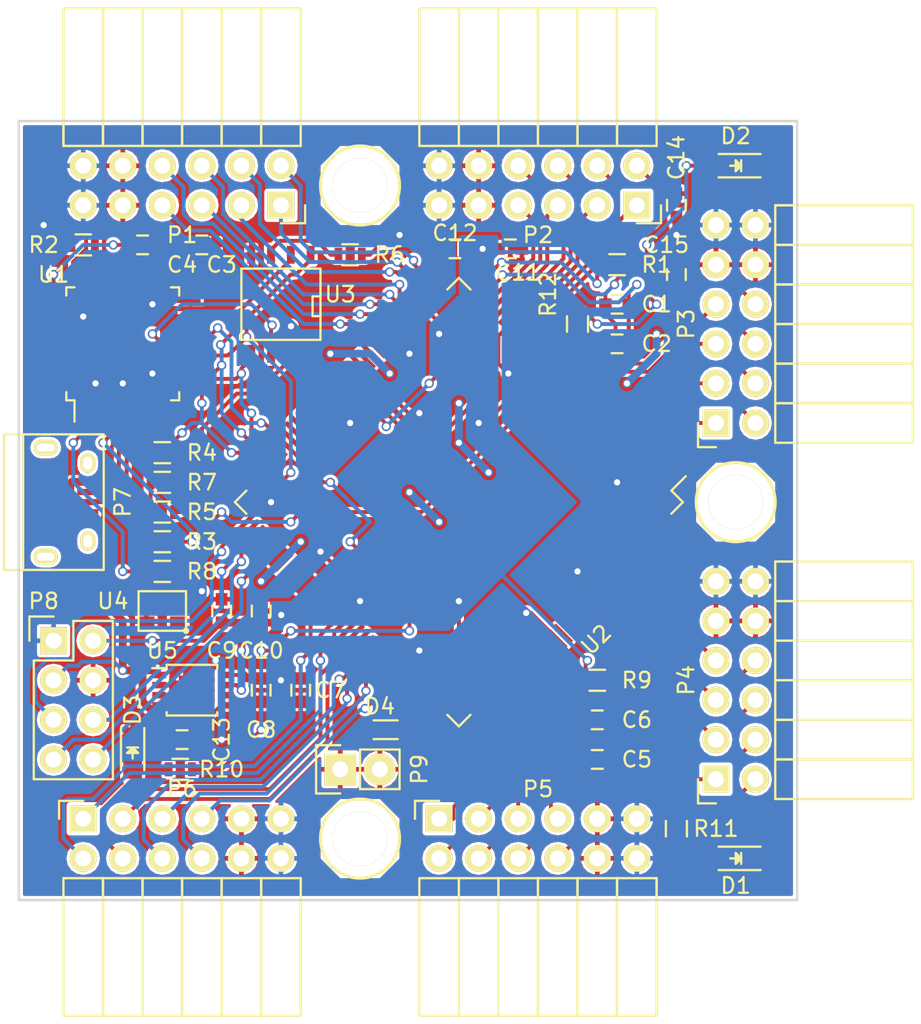
<source format=kicad_pcb>
(kicad_pcb (version 4) (host pcbnew 0.201603210401+6634~43~ubuntu14.04.1-product)
  (layers (0 F.Cu signal) (31 B.Cu signal) (34 B.Paste user) (35 F.Paste user) (36 B.SilkS user) (37 F.SilkS user) (38 B.Mask user) (39 F.Mask user) (44 Edge.Cuts user))
  (net 0 "")
  (net 1 "Net-(U1-Pad2)")
  (net 2 "Net-(U1-Pad16)")
  (net 3 "Net-(U1-Pad18)")
  (net 4 "Net-(U1-Pad21)")
  (net 5 "Net-(U1-Pad25)")
  (net 6 "Net-(U1-Pad26)")
  (net 7 "Net-(U1-Pad27)")
  (net 8 "Net-(U1-Pad28)")
  (net 9 "Net-(U1-Pad29)")
  (net 10 "Net-(U1-Pad30)")
  (net 11 "Net-(U1-Pad31)")
  (net 12 "Net-(U1-Pad32)")
  (net 13 "Net-(U1-Pad33)")
  (net 14 "Net-(U1-Pad43)")
  (net 15 "Net-(U1-Pad44)")
  (net 16 "Net-(U1-Pad45)")
  (net 17 "Net-(P7-Pad2)")
  (net 18 "Net-(P7-Pad3)")
  (net 19 "Net-(U2-Pad1)")
  (net 20 "Net-(U2-Pad2)")
  (net 21 "Net-(U2-Pad4)")
  (net 22 "Net-(U2-Pad15)")
  (net 23 "Net-(U2-Pad16)")
  (net 24 "Net-(U2-Pad18)")
  (net 25 "Net-(U2-Pad20)")
  (net 26 "Net-(U2-Pad49)")
  (net 27 "Net-(U2-Pad55)")
  (net 28 "Net-(U2-Pad56)")
  (net 29 "Net-(U2-Pad60)")
  (net 30 "Net-(U2-Pad61)")
  (net 31 "Net-(U2-Pad62)")
  (net 32 "Net-(U2-Pad63)")
  (net 33 "Net-(U2-Pad77)")
  (net 34 "Net-(U2-Pad78)")
  (net 35 "Net-(U2-Pad82)")
  (net 36 "Net-(U2-Pad83)")
  (net 37 "Net-(U2-Pad84)")
  (net 38 "Net-(U2-Pad87)")
  (net 39 "Net-(U2-Pad93)")
  (net 40 "Net-(U2-Pad94)")
  (net 41 "Net-(U2-Pad101)")
  (net 42 "Net-(U2-Pad102)")
  (net 43 "Net-(U2-Pad104)")
  (net 44 "Net-(U2-Pad106)")
  (net 45 "Net-(U2-Pad107)")
  (net 46 "Net-(U2-Pad109)")
  (net 47 "Net-(U2-Pad110)")
  (net 48 "Net-(U2-Pad120)")
  (net 49 "Net-(U2-Pad121)")
  (net 50 "Net-(U2-Pad122)")
  (net 51 "Net-(U2-Pad125)")
  (net 52 "Net-(U2-Pad128)")
  (net 53 "Net-(U2-Pad134)")
  (net 54 "Net-(U2-Pad3)")
  (net 55 "Net-(U2-Pad17)")
  (net 56 "Net-(U2-Pad24)")
  (net 57 "Net-(U2-Pad50)")
  (net 58 "Net-(U2-Pad52)")
  (net 59 "Net-(U2-Pad58)")
  (net 60 "Net-(U2-Pad64)")
  (net 61 "Net-(U2-Pad85)")
  (net 62 "Net-(U2-Pad105)")
  (net 63 "Net-(U2-Pad124)")
  (net 64 "Net-(U2-Pad129)")
  (net 65 "Net-(U2-Pad130)")
  (net 66 /PMOD1_1)
  (net 67 /PMOD1_7)
  (net 68 /PMOD1_2)
  (net 69 /PMOD1_8)
  (net 70 /PMOD1_3)
  (net 71 /PMOD1_9)
  (net 72 /PMOD1_4)
  (net 73 /PMOD1_10)
  (net 74 GND)
  (net 75 +3V3)
  (net 76 +5V)
  (net 77 /CLK_12MHZ)
  (net 78 +1V2)
  (net 79 /ICE_CDONE)
  (net 80 /ICE_CRESET_B)
  (net 81 /ICE_SDO)
  (net 82 /ICE_SDI)
  (net 83 /ICE_SCK)
  (net 84 /PMOD2_1)
  (net 85 /PMOD2_7)
  (net 86 /PMOD2_2)
  (net 87 /PMOD2_8)
  (net 88 /PMOD2_3)
  (net 89 /PMOD2_9)
  (net 90 /PMOD2_4)
  (net 91 /PMOD2_10)
  (net 92 /PMOD3_1)
  (net 93 /PMOD3_7)
  (net 94 /PMOD3_2)
  (net 95 /PMOD3_8)
  (net 96 /PMOD3_3)
  (net 97 /PMOD3_9)
  (net 98 /PMOD3_4)
  (net 99 /PMOD3_10)
  (net 100 /PMOD4_1)
  (net 101 /PMOD4_7)
  (net 102 /PMOD4_2)
  (net 103 /PMOD4_8)
  (net 104 /PMOD4_3)
  (net 105 /PMOD4_9)
  (net 106 /PMOD4_4)
  (net 107 /PMOD4_10)
  (net 108 /PMOD5_1)
  (net 109 /PMOD5_7)
  (net 110 /PMOD5_2)
  (net 111 /PMOD5_8)
  (net 112 /PMOD5_3)
  (net 113 /PMOD5_9)
  (net 114 /PMOD5_4)
  (net 115 /PMOD5_10)
  (net 116 /PMOD6_1)
  (net 117 /PMOD6_7)
  (net 118 /PMOD6_2)
  (net 119 /PMOD6_8)
  (net 120 /PMOD6_3)
  (net 121 /PMOD6_9)
  (net 122 /PMOD6_4)
  (net 123 /PMOD6_10)
  (net 124 "Net-(R2-Pad2)")
  (net 125 "Net-(R3-Pad2)")
  (net 126 /ICE_SS_B)
  (net 127 "Net-(R6-Pad1)")
  (net 128 "Net-(R7-Pad1)")
  (net 129 /ICE_RESET_B)
  (net 130 /VCCPLL0)
  (net 131 /GNDPLL0)
  (net 132 "Net-(C3-Pad1)")
  (net 133 "Net-(C4-Pad1)")
  (net 134 /VCCPLL1)
  (net 135 /GNDPLL1)
  (net 136 "Net-(R8-Pad1)")
  (net 137 "Net-(U4-Pad1)")
  (net 138 /GPIO1)
  (net 139 /GPIO2)
  (net 140 /GPIO3)
  (net 141 /GPIO4)
  (net 142 "Net-(MNT1-Pad1)")
  (net 143 "Net-(MNT2-Pad1)")
  (net 144 "Net-(MNT3-Pad1)")
  (net 145 "Net-(D2-Pad2)")
  (net 146 "Net-(D3-Pad2)")
  (net 147 /LED1)
  (net 148 "Net-(D1-Pad2)")
  (net 149 "Net-(D4-Pad1)")
  (net 150 /LED2)
  (net 151 "Net-(U2-Pad47)")
  (net 152 "Net-(U2-Pad48)")
  (net 153 "Net-(U2-Pad79)")
  (net 154 "Net-(U2-Pad80)")
  (net 155 "Net-(U2-Pad81)")
  (net 156 "Net-(P7-Pad4)")
  (module Capacitors_SMD:C_0603 (layer F.Cu) (at 115.57 131.445 90)
    (fp_text reference C10 (at -2.54 0 180) (layer F.SilkS))
    (fp_text value 0.1uF)
    (pad 1 smd rect (at -0.75 0 90) (size 0.8 0.75) (layers F.Cu F.Paste F.Mask) (net 78 +1V2))
    (pad 2 smd rect (at 0.75 0 90) (size 0.8 0.75) (layers F.Cu F.Paste F.Mask) (net 74 GND))
  )
  (module Housings_QFP:LQFP-144_20x20mm_Pitch0.5mm (layer F.Cu) (at 128.27 124.46 225)
    (fp_text reference U2 (at 0 -12.475 225) (layer F.SilkS))
    (fp_text value iCE40_1K4K_TQ144)
    (pad 1 smd rect (at -10.7 -8.75 225) (size 1.55 0.3) (layers F.Cu F.Paste F.Mask) (net 19 "Net-(U2-Pad1)"))
    (pad 2 smd rect (at -10.7 -8.25 225) (size 1.55 0.3) (layers F.Cu F.Paste F.Mask) (net 20 "Net-(U2-Pad2)"))
    (pad 3 smd rect (at -10.7 -7.75 225) (size 1.55 0.3) (layers F.Cu F.Paste F.Mask) (net 54 "Net-(U2-Pad3)"))
    (pad 4 smd rect (at -10.7 -7.25 225) (size 1.55 0.3) (layers F.Cu F.Paste F.Mask) (net 21 "Net-(U2-Pad4)"))
    (pad 5 smd rect (at -10.7 -6.75 225) (size 1.55 0.3) (layers F.Cu F.Paste F.Mask) (net 74 GND))
    (pad 6 smd rect (at -10.7 -6.25 225) (size 1.55 0.3) (layers F.Cu F.Paste F.Mask) (net 75 +3V3))
    (pad 7 smd rect (at -10.7 -5.75 225) (size 1.55 0.3) (layers F.Cu F.Paste F.Mask) (net 92 /PMOD3_1))
    (pad 8 smd rect (at -10.7 -5.25 225) (size 1.55 0.3) (layers F.Cu F.Paste F.Mask) (net 93 /PMOD3_7))
    (pad 9 smd rect (at -10.7 -4.75 225) (size 1.55 0.3) (layers F.Cu F.Paste F.Mask) (net 94 /PMOD3_2))
    (pad 10 smd rect (at -10.7 -4.25 225) (size 1.55 0.3) (layers F.Cu F.Paste F.Mask) (net 95 /PMOD3_8))
    (pad 11 smd rect (at -10.7 -3.75 225) (size 1.55 0.3) (layers F.Cu F.Paste F.Mask) (net 96 /PMOD3_3))
    (pad 12 smd rect (at -10.7 -3.25 225) (size 1.55 0.3) (layers F.Cu F.Paste F.Mask) (net 97 /PMOD3_9))
    (pad 13 smd rect (at -10.7 -2.75 225) (size 1.55 0.3) (layers F.Cu F.Paste F.Mask) (net 74 GND))
    (pad 14 smd rect (at -10.7 -2.25 225) (size 1.55 0.3) (layers F.Cu F.Paste F.Mask) (net 74 GND))
    (pad 15 smd rect (at -10.7 -1.75 225) (size 1.55 0.3) (layers F.Cu F.Paste F.Mask) (net 22 "Net-(U2-Pad15)"))
    (pad 16 smd rect (at -10.7 -1.25 225) (size 1.55 0.3) (layers F.Cu F.Paste F.Mask) (net 23 "Net-(U2-Pad16)"))
    (pad 17 smd rect (at -10.7 -0.75 225) (size 1.55 0.3) (layers F.Cu F.Paste F.Mask) (net 55 "Net-(U2-Pad17)"))
    (pad 18 smd rect (at -10.7 -0.25 225) (size 1.55 0.3) (layers F.Cu F.Paste F.Mask) (net 24 "Net-(U2-Pad18)"))
    (pad 19 smd rect (at -10.7 0.25 225) (size 1.55 0.3) (layers F.Cu F.Paste F.Mask) (net 98 /PMOD3_4))
    (pad 20 smd rect (at -10.7 0.75 225) (size 1.55 0.3) (layers F.Cu F.Paste F.Mask) (net 25 "Net-(U2-Pad20)"))
    (pad 21 smd rect (at -10.7 1.25 225) (size 1.55 0.3) (layers F.Cu F.Paste F.Mask) (net 77 /CLK_12MHZ))
    (pad 22 smd rect (at -10.7 1.75 225) (size 1.55 0.3) (layers F.Cu F.Paste F.Mask) (net 99 /PMOD3_10))
    (pad 23 smd rect (at -10.7 2.25 225) (size 1.55 0.3) (layers F.Cu F.Paste F.Mask) (net 150 /LED2))
    (pad 24 smd rect (at -10.7 2.75 225) (size 1.55 0.3) (layers F.Cu F.Paste F.Mask) (net 56 "Net-(U2-Pad24)"))
    (pad 25 smd rect (at -10.7 3.25 225) (size 1.55 0.3) (layers F.Cu F.Paste F.Mask) (net 85 /PMOD2_7))
    (pad 26 smd rect (at -10.7 3.75 225) (size 1.55 0.3) (layers F.Cu F.Paste F.Mask) (net 84 /PMOD2_1))
    (pad 27 smd rect (at -10.7 4.25 225) (size 1.55 0.3) (layers F.Cu F.Paste F.Mask) (net 78 +1V2))
    (pad 28 smd rect (at -10.7 4.75 225) (size 1.55 0.3) (layers F.Cu F.Paste F.Mask) (net 87 /PMOD2_8))
    (pad 29 smd rect (at -10.7 5.25 225) (size 1.55 0.3) (layers F.Cu F.Paste F.Mask) (net 86 /PMOD2_2))
    (pad 30 smd rect (at -10.7 5.75 225) (size 1.55 0.3) (layers F.Cu F.Paste F.Mask) (net 75 +3V3))
    (pad 31 smd rect (at -10.7 6.25 225) (size 1.55 0.3) (layers F.Cu F.Paste F.Mask) (net 89 /PMOD2_9))
    (pad 32 smd rect (at -10.7 6.75 225) (size 1.55 0.3) (layers F.Cu F.Paste F.Mask) (net 88 /PMOD2_3))
    (pad 33 smd rect (at -10.7 7.25 225) (size 1.55 0.3) (layers F.Cu F.Paste F.Mask) (net 91 /PMOD2_10))
    (pad 34 smd rect (at -10.7 7.75 225) (size 1.55 0.3) (layers F.Cu F.Paste F.Mask) (net 90 /PMOD2_4))
    (pad 35 smd rect (at -10.7 8.25 225) (size 1.55 0.3) (layers F.Cu F.Paste F.Mask) (net 131 /GNDPLL0))
    (pad 36 smd rect (at -10.7 8.75 225) (size 1.55 0.3) (layers F.Cu F.Paste F.Mask) (net 130 /VCCPLL0))
    (pad 37 smd rect (at -8.75 10.7 315) (size 1.55 0.3) (layers F.Cu F.Paste F.Mask) (net 67 /PMOD1_7))
    (pad 38 smd rect (at -8.25 10.7 315) (size 1.55 0.3) (layers F.Cu F.Paste F.Mask) (net 66 /PMOD1_1))
    (pad 39 smd rect (at -7.75 10.7 315) (size 1.55 0.3) (layers F.Cu F.Paste F.Mask) (net 69 /PMOD1_8))
    (pad 40 smd rect (at -7.25 10.7 315) (size 1.55 0.3) (layers F.Cu F.Paste F.Mask) (net 78 +1V2))
    (pad 41 smd rect (at -6.75 10.7 315) (size 1.55 0.3) (layers F.Cu F.Paste F.Mask) (net 68 /PMOD1_2))
    (pad 42 smd rect (at -6.25 10.7 315) (size 1.55 0.3) (layers F.Cu F.Paste F.Mask) (net 71 /PMOD1_9))
    (pad 43 smd rect (at -5.75 10.7 315) (size 1.55 0.3) (layers F.Cu F.Paste F.Mask) (net 70 /PMOD1_3))
    (pad 44 smd rect (at -5.25 10.7 315) (size 1.55 0.3) (layers F.Cu F.Paste F.Mask) (net 73 /PMOD1_10))
    (pad 45 smd rect (at -4.75 10.7 315) (size 1.55 0.3) (layers F.Cu F.Paste F.Mask) (net 72 /PMOD1_4))
    (pad 46 smd rect (at -4.25 10.7 315) (size 1.55 0.3) (layers F.Cu F.Paste F.Mask) (net 75 +3V3))
    (pad 47 smd rect (at -3.75 10.7 315) (size 1.55 0.3) (layers F.Cu F.Paste F.Mask) (net 151 "Net-(U2-Pad47)"))
    (pad 48 smd rect (at -3.25 10.7 315) (size 1.55 0.3) (layers F.Cu F.Paste F.Mask) (net 152 "Net-(U2-Pad48)"))
    (pad 49 smd rect (at -2.75 10.7 315) (size 1.55 0.3) (layers F.Cu F.Paste F.Mask) (net 26 "Net-(U2-Pad49)"))
    (pad 50 smd rect (at -2.25 10.7 315) (size 1.55 0.3) (layers F.Cu F.Paste F.Mask) (net 57 "Net-(U2-Pad50)"))
    (pad 51 smd rect (at -1.75 10.7 315) (size 1.55 0.3) (layers F.Cu F.Paste F.Mask) (net 78 +1V2))
    (pad 52 smd rect (at -1.25 10.7 315) (size 1.55 0.3) (layers F.Cu F.Paste F.Mask) (net 58 "Net-(U2-Pad52)"))
    (pad 53 smd rect (at -0.75 10.7 315) (size 1.55 0.3) (layers F.Cu F.Paste F.Mask) (net 131 /GNDPLL0))
    (pad 54 smd rect (at -0.25 10.7 315) (size 1.55 0.3) (layers F.Cu F.Paste F.Mask) (net 130 /VCCPLL0))
    (pad 55 smd rect (at 0.25 10.7 315) (size 1.55 0.3) (layers F.Cu F.Paste F.Mask) (net 27 "Net-(U2-Pad55)"))
    (pad 56 smd rect (at 0.75 10.7 315) (size 1.55 0.3) (layers F.Cu F.Paste F.Mask) (net 28 "Net-(U2-Pad56)"))
    (pad 57 smd rect (at 1.25 10.7 315) (size 1.55 0.3) (layers F.Cu F.Paste F.Mask) (net 75 +3V3))
    (pad 58 smd rect (at 1.75 10.7 315) (size 1.55 0.3) (layers F.Cu F.Paste F.Mask) (net 59 "Net-(U2-Pad58)"))
    (pad 59 smd rect (at 2.25 10.7 315) (size 1.55 0.3) (layers F.Cu F.Paste F.Mask) (net 74 GND))
    (pad 60 smd rect (at 2.75 10.7 315) (size 1.55 0.3) (layers F.Cu F.Paste F.Mask) (net 29 "Net-(U2-Pad60)"))
    (pad 61 smd rect (at 3.25 10.7 315) (size 1.55 0.3) (layers F.Cu F.Paste F.Mask) (net 30 "Net-(U2-Pad61)"))
    (pad 62 smd rect (at 3.75 10.7 315) (size 1.55 0.3) (layers F.Cu F.Paste F.Mask) (net 31 "Net-(U2-Pad62)"))
    (pad 63 smd rect (at 4.25 10.7 315) (size 1.55 0.3) (layers F.Cu F.Paste F.Mask) (net 32 "Net-(U2-Pad63)"))
    (pad 64 smd rect (at 4.75 10.7 315) (size 1.55 0.3) (layers F.Cu F.Paste F.Mask) (net 60 "Net-(U2-Pad64)"))
    (pad 65 smd rect (at 5.25 10.7 315) (size 1.55 0.3) (layers F.Cu F.Paste F.Mask) (net 79 /ICE_CDONE))
    (pad 66 smd rect (at 5.75 10.7 315) (size 1.55 0.3) (layers F.Cu F.Paste F.Mask) (net 80 /ICE_CRESET_B))
    (pad 67 smd rect (at 6.25 10.7 315) (size 1.55 0.3) (layers F.Cu F.Paste F.Mask) (net 81 /ICE_SDO))
    (pad 68 smd rect (at 6.75 10.7 315) (size 1.55 0.3) (layers F.Cu F.Paste F.Mask) (net 82 /ICE_SDI))
    (pad 69 smd rect (at 7.25 10.7 315) (size 1.55 0.3) (layers F.Cu F.Paste F.Mask) (net 74 GND))
    (pad 70 smd rect (at 7.75 10.7 315) (size 1.55 0.3) (layers F.Cu F.Paste F.Mask) (net 83 /ICE_SCK))
    (pad 71 smd rect (at 8.25 10.7 315) (size 1.55 0.3) (layers F.Cu F.Paste F.Mask) (net 126 /ICE_SS_B))
    (pad 72 smd rect (at 8.75 10.7 315) (size 1.55 0.3) (layers F.Cu F.Paste F.Mask) (net 75 +3V3))
    (pad 73 smd rect (at 10.7 8.75 225) (size 1.55 0.3) (layers F.Cu F.Paste F.Mask) (net 138 /GPIO1))
    (pad 74 smd rect (at 10.7 8.25 225) (size 1.55 0.3) (layers F.Cu F.Paste F.Mask) (net 139 /GPIO2))
    (pad 75 smd rect (at 10.7 7.75 225) (size 1.55 0.3) (layers F.Cu F.Paste F.Mask) (net 140 /GPIO3))
    (pad 76 smd rect (at 10.7 7.25 225) (size 1.55 0.3) (layers F.Cu F.Paste F.Mask) (net 141 /GPIO4))
    (pad 77 smd rect (at 10.7 6.75 225) (size 1.55 0.3) (layers F.Cu F.Paste F.Mask) (net 33 "Net-(U2-Pad77)"))
    (pad 78 smd rect (at 10.7 6.25 225) (size 1.55 0.3) (layers F.Cu F.Paste F.Mask) (net 34 "Net-(U2-Pad78)"))
    (pad 79 smd rect (at 10.7 5.75 225) (size 1.55 0.3) (layers F.Cu F.Paste F.Mask) (net 153 "Net-(U2-Pad79)"))
    (pad 80 smd rect (at 10.7 5.25 225) (size 1.55 0.3) (layers F.Cu F.Paste F.Mask) (net 154 "Net-(U2-Pad80)"))
    (pad 81 smd rect (at 10.7 4.75 225) (size 1.55 0.3) (layers F.Cu F.Paste F.Mask) (net 155 "Net-(U2-Pad81)"))
    (pad 82 smd rect (at 10.7 4.25 225) (size 1.55 0.3) (layers F.Cu F.Paste F.Mask) (net 35 "Net-(U2-Pad82)"))
    (pad 83 smd rect (at 10.7 3.75 225) (size 1.55 0.3) (layers F.Cu F.Paste F.Mask) (net 36 "Net-(U2-Pad83)"))
    (pad 84 smd rect (at 10.7 3.25 225) (size 1.55 0.3) (layers F.Cu F.Paste F.Mask) (net 37 "Net-(U2-Pad84)"))
    (pad 85 smd rect (at 10.7 2.75 225) (size 1.55 0.3) (layers F.Cu F.Paste F.Mask) (net 61 "Net-(U2-Pad85)"))
    (pad 86 smd rect (at 10.7 2.25 225) (size 1.55 0.3) (layers F.Cu F.Paste F.Mask) (net 74 GND))
    (pad 87 smd rect (at 10.7 1.75 225) (size 1.55 0.3) (layers F.Cu F.Paste F.Mask) (net 38 "Net-(U2-Pad87)"))
    (pad 88 smd rect (at 10.7 1.25 225) (size 1.55 0.3) (layers F.Cu F.Paste F.Mask) (net 117 /PMOD6_7))
    (pad 89 smd rect (at 10.7 0.75 225) (size 1.55 0.3) (layers F.Cu F.Paste F.Mask) (net 75 +3V3))
    (pad 90 smd rect (at 10.7 0.25 225) (size 1.55 0.3) (layers F.Cu F.Paste F.Mask) (net 116 /PMOD6_1))
    (pad 91 smd rect (at 10.7 -0.25 225) (size 1.55 0.3) (layers F.Cu F.Paste F.Mask) (net 119 /PMOD6_8))
    (pad 92 smd rect (at 10.7 -0.75 225) (size 1.55 0.3) (layers F.Cu F.Paste F.Mask) (net 78 +1V2))
    (pad 93 smd rect (at 10.7 -1.25 225) (size 1.55 0.3) (layers F.Cu F.Paste F.Mask) (net 39 "Net-(U2-Pad93)"))
    (pad 94 smd rect (at 10.7 -1.75 225) (size 1.55 0.3) (layers F.Cu F.Paste F.Mask) (net 40 "Net-(U2-Pad94)"))
    (pad 95 smd rect (at 10.7 -2.25 225) (size 1.55 0.3) (layers F.Cu F.Paste F.Mask) (net 118 /PMOD6_2))
    (pad 96 smd rect (at 10.7 -2.75 225) (size 1.55 0.3) (layers F.Cu F.Paste F.Mask) (net 121 /PMOD6_9))
    (pad 97 smd rect (at 10.7 -3.25 225) (size 1.55 0.3) (layers F.Cu F.Paste F.Mask) (net 120 /PMOD6_3))
    (pad 98 smd rect (at 10.7 -3.75 225) (size 1.55 0.3) (layers F.Cu F.Paste F.Mask) (net 123 /PMOD6_10))
    (pad 99 smd rect (at 10.7 -4.25 225) (size 1.55 0.3) (layers F.Cu F.Paste F.Mask) (net 122 /PMOD6_4))
    (pad 100 smd rect (at 10.7 -4.75 225) (size 1.55 0.3) (layers F.Cu F.Paste F.Mask) (net 75 +3V3))
    (pad 101 smd rect (at 10.7 -5.25 225) (size 1.55 0.3) (layers F.Cu F.Paste F.Mask) (net 41 "Net-(U2-Pad101)"))
    (pad 102 smd rect (at 10.7 -5.75 225) (size 1.55 0.3) (layers F.Cu F.Paste F.Mask) (net 42 "Net-(U2-Pad102)"))
    (pad 103 smd rect (at 10.7 -6.25 225) (size 1.55 0.3) (layers F.Cu F.Paste F.Mask) (net 74 GND))
    (pad 104 smd rect (at 10.7 -6.75 225) (size 1.55 0.3) (layers F.Cu F.Paste F.Mask) (net 43 "Net-(U2-Pad104)"))
    (pad 105 smd rect (at 10.7 -7.25 225) (size 1.55 0.3) (layers F.Cu F.Paste F.Mask) (net 62 "Net-(U2-Pad105)"))
    (pad 106 smd rect (at 10.7 -7.75 225) (size 1.55 0.3) (layers F.Cu F.Paste F.Mask) (net 44 "Net-(U2-Pad106)"))
    (pad 107 smd rect (at 10.7 -8.25 225) (size 1.55 0.3) (layers F.Cu F.Paste F.Mask) (net 45 "Net-(U2-Pad107)"))
    (pad 108 smd rect (at 10.7 -8.75 225) (size 1.55 0.3) (layers F.Cu F.Paste F.Mask) (net 149 "Net-(D4-Pad1)"))
    (pad 109 smd rect (at 8.75 -10.7 315) (size 1.55 0.3) (layers F.Cu F.Paste F.Mask) (net 46 "Net-(U2-Pad109)"))
    (pad 110 smd rect (at 8.25 -10.7 315) (size 1.55 0.3) (layers F.Cu F.Paste F.Mask) (net 47 "Net-(U2-Pad110)"))
    (pad 111 smd rect (at 7.75 -10.7 315) (size 1.55 0.3) (layers F.Cu F.Paste F.Mask) (net 78 +1V2))
    (pad 112 smd rect (at 7.25 -10.7 315) (size 1.55 0.3) (layers F.Cu F.Paste F.Mask) (net 108 /PMOD5_1))
    (pad 113 smd rect (at 6.75 -10.7 315) (size 1.55 0.3) (layers F.Cu F.Paste F.Mask) (net 109 /PMOD5_7))
    (pad 114 smd rect (at 6.25 -10.7 315) (size 1.55 0.3) (layers F.Cu F.Paste F.Mask) (net 110 /PMOD5_2))
    (pad 115 smd rect (at 5.75 -10.7 315) (size 1.55 0.3) (layers F.Cu F.Paste F.Mask) (net 111 /PMOD5_8))
    (pad 116 smd rect (at 5.25 -10.7 315) (size 1.55 0.3) (layers F.Cu F.Paste F.Mask) (net 112 /PMOD5_3))
    (pad 117 smd rect (at 4.75 -10.7 315) (size 1.55 0.3) (layers F.Cu F.Paste F.Mask) (net 113 /PMOD5_9))
    (pad 118 smd rect (at 4.25 -10.7 315) (size 1.55 0.3) (layers F.Cu F.Paste F.Mask) (net 114 /PMOD5_4))
    (pad 119 smd rect (at 3.75 -10.7 315) (size 1.55 0.3) (layers F.Cu F.Paste F.Mask) (net 115 /PMOD5_10))
    (pad 120 smd rect (at 3.25 -10.7 315) (size 1.55 0.3) (layers F.Cu F.Paste F.Mask) (net 48 "Net-(U2-Pad120)"))
    (pad 121 smd rect (at 2.75 -10.7 315) (size 1.55 0.3) (layers F.Cu F.Paste F.Mask) (net 49 "Net-(U2-Pad121)"))
    (pad 122 smd rect (at 2.25 -10.7 315) (size 1.55 0.3) (layers F.Cu F.Paste F.Mask) (net 50 "Net-(U2-Pad122)"))
    (pad 123 smd rect (at 1.75 -10.7 315) (size 1.55 0.3) (layers F.Cu F.Paste F.Mask) (net 75 +3V3))
    (pad 124 smd rect (at 1.25 -10.7 315) (size 1.55 0.3) (layers F.Cu F.Paste F.Mask) (net 63 "Net-(U2-Pad124)"))
    (pad 125 smd rect (at 0.75 -10.7 315) (size 1.55 0.3) (layers F.Cu F.Paste F.Mask) (net 51 "Net-(U2-Pad125)"))
    (pad 126 smd rect (at 0.25 -10.7 315) (size 1.55 0.3) (layers F.Cu F.Paste F.Mask) (net 134 /VCCPLL1))
    (pad 127 smd rect (at -0.25 -10.7 315) (size 1.55 0.3) (layers F.Cu F.Paste F.Mask) (net 135 /GNDPLL1))
    (pad 128 smd rect (at -0.75 -10.7 315) (size 1.55 0.3) (layers F.Cu F.Paste F.Mask) (net 52 "Net-(U2-Pad128)"))
    (pad 129 smd rect (at -1.25 -10.7 315) (size 1.55 0.3) (layers F.Cu F.Paste F.Mask) (net 64 "Net-(U2-Pad129)"))
    (pad 130 smd rect (at -1.75 -10.7 315) (size 1.55 0.3) (layers F.Cu F.Paste F.Mask) (net 65 "Net-(U2-Pad130)"))
    (pad 131 smd rect (at -2.25 -10.7 315) (size 1.55 0.3) (layers F.Cu F.Paste F.Mask) (net 75 +3V3))
    (pad 132 smd rect (at -2.75 -10.7 315) (size 1.55 0.3) (layers F.Cu F.Paste F.Mask) (net 74 GND))
    (pad 133 smd rect (at -3.25 -10.7 315) (size 1.55 0.3) (layers F.Cu F.Paste F.Mask) (net 75 +3V3))
    (pad 134 smd rect (at -3.75 -10.7 315) (size 1.55 0.3) (layers F.Cu F.Paste F.Mask) (net 53 "Net-(U2-Pad134)"))
    (pad 135 smd rect (at -4.25 -10.7 315) (size 1.55 0.3) (layers F.Cu F.Paste F.Mask) (net 147 /LED1))
    (pad 136 smd rect (at -4.75 -10.7 315) (size 1.55 0.3) (layers F.Cu F.Paste F.Mask) (net 101 /PMOD4_7))
    (pad 137 smd rect (at -5.25 -10.7 315) (size 1.55 0.3) (layers F.Cu F.Paste F.Mask) (net 100 /PMOD4_1))
    (pad 138 smd rect (at -5.75 -10.7 315) (size 1.55 0.3) (layers F.Cu F.Paste F.Mask) (net 103 /PMOD4_8))
    (pad 139 smd rect (at -6.25 -10.7 315) (size 1.55 0.3) (layers F.Cu F.Paste F.Mask) (net 102 /PMOD4_2))
    (pad 140 smd rect (at -6.75 -10.7 315) (size 1.55 0.3) (layers F.Cu F.Paste F.Mask) (net 74 GND))
    (pad 141 smd rect (at -7.25 -10.7 315) (size 1.55 0.3) (layers F.Cu F.Paste F.Mask) (net 105 /PMOD4_9))
    (pad 142 smd rect (at -7.75 -10.7 315) (size 1.55 0.3) (layers F.Cu F.Paste F.Mask) (net 104 /PMOD4_3))
    (pad 143 smd rect (at -8.25 -10.7 315) (size 1.55 0.3) (layers F.Cu F.Paste F.Mask) (net 107 /PMOD4_10))
    (pad 144 smd rect (at -8.75 -10.7 315) (size 1.55 0.3) (layers F.Cu F.Paste F.Mask) (net 106 /PMOD4_4))
  )
  (module Connect:USB_Micro-B (layer F.Cu) (at 102.87 124.46 270)
    (fp_text reference P7 (at 0 -3.81 270) (layer F.SilkS))
    (fp_text value USB_B)
    (pad 1 smd rect (at -1.3009 -1.56254) (size 1.35 0.4) (layers F.Cu F.Paste F.Mask) (net 76 +5V))
    (pad 2 smd rect (at -0.6509 -1.56254) (size 1.35 0.4) (layers F.Cu F.Paste F.Mask) (net 17 "Net-(P7-Pad2)"))
    (pad 3 smd rect (at -0.0009 -1.56254) (size 1.35 0.4) (layers F.Cu F.Paste F.Mask) (net 18 "Net-(P7-Pad3)"))
    (pad 4 smd rect (at 0.6491 -1.56254) (size 1.35 0.4) (layers F.Cu F.Paste F.Mask) (net 156 "Net-(P7-Pad4)"))
    (pad 5 smd rect (at 1.2991 -1.56254) (size 1.35 0.4) (layers F.Cu F.Paste F.Mask) (net 74 GND))
    (pad 6 thru_hole oval (at -2.5009 -1.56254) (size 0.95 1.25) (drill oval 0.55 0.85) (layers *.Cu *.Mask F.SilkS))
    (pad 6 thru_hole oval (at 2.4991 -1.56254) (size 0.95 1.25) (drill oval 0.55 0.85) (layers *.Cu *.Mask F.SilkS))
    (pad 6 thru_hole oval (at -3.5009 1.13746) (size 1.55 1) (drill oval 1.15 0.5) (layers *.Cu *.Mask F.SilkS))
    (pad 6 thru_hole oval (at 3.4991 1.13746) (size 1.55 1) (drill oval 1.15 0.5) (layers *.Cu *.Mask F.SilkS))
  )
  (module Housings_QFP:LQFP-48_7x7mm_Pitch0.5mm (layer F.Cu) (at 106.68 114.3 90)
    (fp_text reference U1 (at 4.445 -4.445 180) (layer F.SilkS))
    (fp_text value FT232H)
    (pad 1 smd rect (at -4.35 -2.75 90) (size 1.3 0.25) (layers F.Cu F.Paste F.Mask) (net 136 "Net-(R8-Pad1)"))
    (pad 2 smd rect (at -4.35 -2.25 90) (size 1.3 0.25) (layers F.Cu F.Paste F.Mask) (net 1 "Net-(U1-Pad2)"))
    (pad 3 smd rect (at -4.35 -1.75 90) (size 1.3 0.25) (layers F.Cu F.Paste F.Mask) (net 75 +3V3))
    (pad 4 smd rect (at -4.35 -1.25 90) (size 1.3 0.25) (layers F.Cu F.Paste F.Mask) (net 74 GND))
    (pad 5 smd rect (at -4.35 -0.75 90) (size 1.3 0.25) (layers F.Cu F.Paste F.Mask) (net 125 "Net-(R3-Pad2)"))
    (pad 6 smd rect (at -4.35 -0.25 90) (size 1.3 0.25) (layers F.Cu F.Paste F.Mask) (net 17 "Net-(P7-Pad2)"))
    (pad 7 smd rect (at -4.35 0.25 90) (size 1.3 0.25) (layers F.Cu F.Paste F.Mask) (net 18 "Net-(P7-Pad3)"))
    (pad 8 smd rect (at -4.35 0.75 90) (size 1.3 0.25) (layers F.Cu F.Paste F.Mask) (net 75 +3V3))
    (pad 9 smd rect (at -4.35 1.25 90) (size 1.3 0.25) (layers F.Cu F.Paste F.Mask) (net 74 GND))
    (pad 10 smd rect (at -4.35 1.75 90) (size 1.3 0.25) (layers F.Cu F.Paste F.Mask) (net 74 GND))
    (pad 11 smd rect (at -4.35 2.25 90) (size 1.3 0.25) (layers F.Cu F.Paste F.Mask) (net 74 GND))
    (pad 12 smd rect (at -4.35 2.75 90) (size 1.3 0.25) (layers F.Cu F.Paste F.Mask) (net 75 +3V3))
    (pad 13 smd rect (at -2.75 4.35 180) (size 1.3 0.25) (layers F.Cu F.Paste F.Mask) (net 83 /ICE_SCK))
    (pad 14 smd rect (at -2.25 4.35 180) (size 1.3 0.25) (layers F.Cu F.Paste F.Mask) (net 81 /ICE_SDO))
    (pad 15 smd rect (at -1.75 4.35 180) (size 1.3 0.25) (layers F.Cu F.Paste F.Mask) (net 82 /ICE_SDI))
    (pad 16 smd rect (at -1.25 4.35 180) (size 1.3 0.25) (layers F.Cu F.Paste F.Mask) (net 2 "Net-(U1-Pad16)"))
    (pad 17 smd rect (at -0.75 4.35 180) (size 1.3 0.25) (layers F.Cu F.Paste F.Mask) (net 126 /ICE_SS_B))
    (pad 18 smd rect (at -0.25 4.35 180) (size 1.3 0.25) (layers F.Cu F.Paste F.Mask) (net 3 "Net-(U1-Pad18)"))
    (pad 19 smd rect (at 0.25 4.35 180) (size 1.3 0.25) (layers F.Cu F.Paste F.Mask) (net 79 /ICE_CDONE))
    (pad 20 smd rect (at 0.75 4.35 180) (size 1.3 0.25) (layers F.Cu F.Paste F.Mask) (net 129 /ICE_RESET_B))
    (pad 21 smd rect (at 1.25 4.35 180) (size 1.3 0.25) (layers F.Cu F.Paste F.Mask) (net 4 "Net-(U1-Pad21)"))
    (pad 22 smd rect (at 1.75 4.35 180) (size 1.3 0.25) (layers F.Cu F.Paste F.Mask) (net 74 GND))
    (pad 23 smd rect (at 2.25 4.35 180) (size 1.3 0.25) (layers F.Cu F.Paste F.Mask) (net 74 GND))
    (pad 24 smd rect (at 2.75 4.35 180) (size 1.3 0.25) (layers F.Cu F.Paste F.Mask) (net 75 +3V3))
    (pad 25 smd rect (at 4.35 2.75 90) (size 1.3 0.25) (layers F.Cu F.Paste F.Mask) (net 5 "Net-(U1-Pad25)"))
    (pad 26 smd rect (at 4.35 2.25 90) (size 1.3 0.25) (layers F.Cu F.Paste F.Mask) (net 6 "Net-(U1-Pad26)"))
    (pad 27 smd rect (at 4.35 1.75 90) (size 1.3 0.25) (layers F.Cu F.Paste F.Mask) (net 7 "Net-(U1-Pad27)"))
    (pad 28 smd rect (at 4.35 1.25 90) (size 1.3 0.25) (layers F.Cu F.Paste F.Mask) (net 8 "Net-(U1-Pad28)"))
    (pad 29 smd rect (at 4.35 0.75 90) (size 1.3 0.25) (layers F.Cu F.Paste F.Mask) (net 9 "Net-(U1-Pad29)"))
    (pad 30 smd rect (at 4.35 0.25 90) (size 1.3 0.25) (layers F.Cu F.Paste F.Mask) (net 10 "Net-(U1-Pad30)"))
    (pad 31 smd rect (at 4.35 -0.25 90) (size 1.3 0.25) (layers F.Cu F.Paste F.Mask) (net 11 "Net-(U1-Pad31)"))
    (pad 32 smd rect (at 4.35 -0.75 90) (size 1.3 0.25) (layers F.Cu F.Paste F.Mask) (net 12 "Net-(U1-Pad32)"))
    (pad 33 smd rect (at 4.35 -1.25 90) (size 1.3 0.25) (layers F.Cu F.Paste F.Mask) (net 13 "Net-(U1-Pad33)"))
    (pad 34 smd rect (at 4.35 -1.75 90) (size 1.3 0.25) (layers F.Cu F.Paste F.Mask) (net 124 "Net-(R2-Pad2)"))
    (pad 35 smd rect (at 4.35 -2.25 90) (size 1.3 0.25) (layers F.Cu F.Paste F.Mask) (net 74 GND))
    (pad 36 smd rect (at 4.35 -2.75 90) (size 1.3 0.25) (layers F.Cu F.Paste F.Mask) (net 74 GND))
    (pad 37 smd rect (at 2.75 -4.35 180) (size 1.3 0.25) (layers F.Cu F.Paste F.Mask) (net 133 "Net-(C4-Pad1)"))
    (pad 38 smd rect (at 2.25 -4.35 180) (size 1.3 0.25) (layers F.Cu F.Paste F.Mask) (net 132 "Net-(C3-Pad1)"))
    (pad 39 smd rect (at 1.75 -4.35 180) (size 1.3 0.25) (layers F.Cu F.Paste F.Mask) (net 75 +3V3))
    (pad 40 smd rect (at 1.25 -4.35 180) (size 1.3 0.25) (layers F.Cu F.Paste F.Mask) (net 75 +3V3))
    (pad 41 smd rect (at 0.75 -4.35 180) (size 1.3 0.25) (layers F.Cu F.Paste F.Mask) (net 74 GND))
    (pad 42 smd rect (at 0.25 -4.35 180) (size 1.3 0.25) (layers F.Cu F.Paste F.Mask) (net 74 GND))
    (pad 43 smd rect (at -0.25 -4.35 180) (size 1.3 0.25) (layers F.Cu F.Paste F.Mask) (net 14 "Net-(U1-Pad43)"))
    (pad 44 smd rect (at -0.75 -4.35 180) (size 1.3 0.25) (layers F.Cu F.Paste F.Mask) (net 15 "Net-(U1-Pad44)"))
    (pad 45 smd rect (at -1.25 -4.35 180) (size 1.3 0.25) (layers F.Cu F.Paste F.Mask) (net 16 "Net-(U1-Pad45)"))
    (pad 46 smd rect (at -1.75 -4.35 180) (size 1.3 0.25) (layers F.Cu F.Paste F.Mask) (net 75 +3V3))
    (pad 47 smd rect (at -2.25 -4.35 180) (size 1.3 0.25) (layers F.Cu F.Paste F.Mask) (net 74 GND))
    (pad 48 smd rect (at -2.75 -4.35 180) (size 1.3 0.25) (layers F.Cu F.Paste F.Mask) (net 74 GND))
  )
  (module Capacitors_SMD:C_0603 (layer F.Cu) (at 138.43 111.76)
    (fp_text reference C1 (at 2.54 0) (layer F.SilkS))
    (fp_text value 10uF)
    (pad 1 smd rect (at -0.75 0) (size 0.8 0.75) (layers F.Cu F.Paste F.Mask) (net 130 /VCCPLL0))
    (pad 2 smd rect (at 0.75 0) (size 0.8 0.75) (layers F.Cu F.Paste F.Mask) (net 131 /GNDPLL0))
  )
  (module Capacitors_SMD:C_0603 (layer F.Cu) (at 138.43 114.3)
    (fp_text reference C2 (at 2.54 0) (layer F.SilkS))
    (fp_text value 0.1uF)
    (pad 1 smd rect (at -0.75 0) (size 0.8 0.75) (layers F.Cu F.Paste F.Mask) (net 130 /VCCPLL0))
    (pad 2 smd rect (at 0.75 0) (size 0.8 0.75) (layers F.Cu F.Paste F.Mask) (net 131 /GNDPLL0))
  )
  (module Diodes_SMD:SOD-523 (layer F.Cu) (at 123.19 139.065)
    (fp_text reference D4 (at 0 -1.5) (layer F.SilkS))
    (fp_text value D)
    (pad 2 smd rect (at -0.7 0) (size 0.6 0.7) (layers F.Cu F.Paste F.Mask) (net 75 +3V3))
    (pad 1 smd rect (at 0.7 0) (size 0.6 0.7) (layers F.Cu F.Paste F.Mask) (net 149 "Net-(D4-Pad1)"))
  )
  (module Resistors_SMD:R_0603 (layer F.Cu) (at 138.43 109.22)
    (fp_text reference R1 (at 2.54 0) (layer F.SilkS))
    (fp_text value 100)
    (pad 1 smd rect (at -0.75 0) (size 0.5 0.9) (layers F.Cu F.Paste F.Mask) (net 78 +1V2))
    (pad 2 smd rect (at 0.75 0) (size 0.5 0.9) (layers F.Cu F.Paste F.Mask) (net 130 /VCCPLL0))
  )
  (module SMD_Packages:SOIC-8-N (layer F.Cu) (at 116.84 111.76 180)
    (fp_text reference U3 (at -3.81 0.635 180) (layer F.SilkS))
    (fp_text value SPI_FLASH)
    (pad 8 smd rect (at -1.905 -3.175 180) (size 0.508 1.143) (layers F.Cu F.Paste F.Mask) (net 75 +3V3))
    (pad 7 smd rect (at -0.635 -3.175 180) (size 0.508 1.143) (layers F.Cu F.Paste F.Mask) (net 128 "Net-(R7-Pad1)"))
    (pad 6 smd rect (at 0.635 -3.175 180) (size 0.508 1.143) (layers F.Cu F.Paste F.Mask) (net 83 /ICE_SCK))
    (pad 5 smd rect (at 1.905 -3.175 180) (size 0.508 1.143) (layers F.Cu F.Paste F.Mask) (net 81 /ICE_SDO))
    (pad 4 smd rect (at 1.905 3.175 180) (size 0.508 1.143) (layers F.Cu F.Paste F.Mask) (net 74 GND))
    (pad 3 smd rect (at 0.635 3.175 180) (size 0.508 1.143) (layers F.Cu F.Paste F.Mask) (net 127 "Net-(R6-Pad1)"))
    (pad 2 smd rect (at -0.635 3.175 180) (size 0.508 1.143) (layers F.Cu F.Paste F.Mask) (net 82 /ICE_SDI))
    (pad 1 smd rect (at -1.905 3.175 180) (size 0.508 1.143) (layers F.Cu F.Paste F.Mask) (net 126 /ICE_SS_B))
  )
  (module Resistors_SMD:R_0603 (layer F.Cu) (at 104.14 107.95)
    (fp_text reference R2 (at -2.54 0) (layer F.SilkS))
    (fp_text value 2k2)
    (pad 1 smd rect (at -0.75 0) (size 0.5 0.9) (layers F.Cu F.Paste F.Mask) (net 75 +3V3))
    (pad 2 smd rect (at 0.75 0) (size 0.5 0.9) (layers F.Cu F.Paste F.Mask) (net 124 "Net-(R2-Pad2)"))
  )
  (module Resistors_SMD:R_0603 (layer F.Cu) (at 109.22 127)
    (fp_text reference R3 (at 2.54 0) (layer F.SilkS))
    (fp_text value 12k)
    (pad 1 smd rect (at -0.75 0) (size 0.5 0.9) (layers F.Cu F.Paste F.Mask) (net 74 GND))
    (pad 2 smd rect (at 0.75 0) (size 0.5 0.9) (layers F.Cu F.Paste F.Mask) (net 125 "Net-(R3-Pad2)"))
  )
  (module Resistors_SMD:R_0603 (layer F.Cu) (at 109.22 121.285 180)
    (fp_text reference R4 (at -2.54 0 180) (layer F.SilkS))
    (fp_text value 10k)
    (pad 1 smd rect (at -0.75 0 180) (size 0.5 0.9) (layers F.Cu F.Paste F.Mask) (net 83 /ICE_SCK))
    (pad 2 smd rect (at 0.75 0 180) (size 0.5 0.9) (layers F.Cu F.Paste F.Mask) (net 75 +3V3))
  )
  (module Resistors_SMD:R_0603 (layer F.Cu) (at 109.22 125.095 180)
    (fp_text reference R5 (at -2.54 0 180) (layer F.SilkS))
    (fp_text value 10k)
    (pad 1 smd rect (at -0.75 0 180) (size 0.5 0.9) (layers F.Cu F.Paste F.Mask) (net 126 /ICE_SS_B))
    (pad 2 smd rect (at 0.75 0 180) (size 0.5 0.9) (layers F.Cu F.Paste F.Mask) (net 75 +3V3))
  )
  (module Resistors_SMD:R_0603 (layer F.Cu) (at 121.285 108.585)
    (fp_text reference R6 (at 2.54 0) (layer F.SilkS))
    (fp_text value 10k)
    (pad 1 smd rect (at -0.75 0) (size 0.5 0.9) (layers F.Cu F.Paste F.Mask) (net 127 "Net-(R6-Pad1)"))
    (pad 2 smd rect (at 0.75 0) (size 0.5 0.9) (layers F.Cu F.Paste F.Mask) (net 75 +3V3))
  )
  (module Resistors_SMD:R_0603 (layer F.Cu) (at 109.22 123.19 180)
    (fp_text reference R7 (at -2.54 0 180) (layer F.SilkS))
    (fp_text value 10k)
    (pad 1 smd rect (at -0.75 0 180) (size 0.5 0.9) (layers F.Cu F.Paste F.Mask) (net 128 "Net-(R7-Pad1)"))
    (pad 2 smd rect (at 0.75 0 180) (size 0.5 0.9) (layers F.Cu F.Paste F.Mask) (net 75 +3V3))
  )
  (module Socket_Strips:Socket_Strip_Angled_2x06 (layer F.Cu) (at 116.84 105.41 180)
    (fp_text reference P1 (at 6.35 -1.905 180) (layer F.SilkS))
    (fp_text value CONN_02X06)
    (pad 1 thru_hole rect (at 0 0 180) (size 1.7272 1.7272) (drill 1.016) (layers *.Cu *.Mask F.SilkS) (net 66 /PMOD1_1))
    (pad 2 thru_hole oval (at 0 2.54 180) (size 1.7272 1.7272) (drill 1.016) (layers *.Cu *.Mask F.SilkS) (net 67 /PMOD1_7))
    (pad 3 thru_hole oval (at 2.54 0 180) (size 1.7272 1.7272) (drill 1.016) (layers *.Cu *.Mask F.SilkS) (net 68 /PMOD1_2))
    (pad 4 thru_hole oval (at 2.54 2.54 180) (size 1.7272 1.7272) (drill 1.016) (layers *.Cu *.Mask F.SilkS) (net 69 /PMOD1_8))
    (pad 5 thru_hole oval (at 5.08 0 180) (size 1.7272 1.7272) (drill 1.016) (layers *.Cu *.Mask F.SilkS) (net 70 /PMOD1_3))
    (pad 6 thru_hole oval (at 5.08 2.54 180) (size 1.7272 1.7272) (drill 1.016) (layers *.Cu *.Mask F.SilkS) (net 71 /PMOD1_9))
    (pad 7 thru_hole oval (at 7.62 0 180) (size 1.7272 1.7272) (drill 1.016) (layers *.Cu *.Mask F.SilkS) (net 72 /PMOD1_4))
    (pad 8 thru_hole oval (at 7.62 2.54 180) (size 1.7272 1.7272) (drill 1.016) (layers *.Cu *.Mask F.SilkS) (net 73 /PMOD1_10))
    (pad 9 thru_hole oval (at 10.16 0 180) (size 1.7272 1.7272) (drill 1.016) (layers *.Cu *.Mask F.SilkS) (net 74 GND))
    (pad 10 thru_hole oval (at 10.16 2.54 180) (size 1.7272 1.7272) (drill 1.016) (layers *.Cu *.Mask F.SilkS) (net 74 GND))
    (pad 11 thru_hole oval (at 12.7 0 180) (size 1.7272 1.7272) (drill 1.016) (layers *.Cu *.Mask F.SilkS) (net 75 +3V3))
    (pad 12 thru_hole oval (at 12.7 2.54 180) (size 1.7272 1.7272) (drill 1.016) (layers *.Cu *.Mask F.SilkS) (net 75 +3V3))
  )
  (module Socket_Strips:Socket_Strip_Angled_2x06 (layer F.Cu) (at 139.7 105.41 180)
    (fp_text reference P2 (at 6.35 -1.905 180) (layer F.SilkS))
    (fp_text value CONN_02X06)
    (pad 1 thru_hole rect (at 0 0 180) (size 1.7272 1.7272) (drill 1.016) (layers *.Cu *.Mask F.SilkS) (net 84 /PMOD2_1))
    (pad 2 thru_hole oval (at 0 2.54 180) (size 1.7272 1.7272) (drill 1.016) (layers *.Cu *.Mask F.SilkS) (net 85 /PMOD2_7))
    (pad 3 thru_hole oval (at 2.54 0 180) (size 1.7272 1.7272) (drill 1.016) (layers *.Cu *.Mask F.SilkS) (net 86 /PMOD2_2))
    (pad 4 thru_hole oval (at 2.54 2.54 180) (size 1.7272 1.7272) (drill 1.016) (layers *.Cu *.Mask F.SilkS) (net 87 /PMOD2_8))
    (pad 5 thru_hole oval (at 5.08 0 180) (size 1.7272 1.7272) (drill 1.016) (layers *.Cu *.Mask F.SilkS) (net 88 /PMOD2_3))
    (pad 6 thru_hole oval (at 5.08 2.54 180) (size 1.7272 1.7272) (drill 1.016) (layers *.Cu *.Mask F.SilkS) (net 89 /PMOD2_9))
    (pad 7 thru_hole oval (at 7.62 0 180) (size 1.7272 1.7272) (drill 1.016) (layers *.Cu *.Mask F.SilkS) (net 90 /PMOD2_4))
    (pad 8 thru_hole oval (at 7.62 2.54 180) (size 1.7272 1.7272) (drill 1.016) (layers *.Cu *.Mask F.SilkS) (net 91 /PMOD2_10))
    (pad 9 thru_hole oval (at 10.16 0 180) (size 1.7272 1.7272) (drill 1.016) (layers *.Cu *.Mask F.SilkS) (net 74 GND))
    (pad 10 thru_hole oval (at 10.16 2.54 180) (size 1.7272 1.7272) (drill 1.016) (layers *.Cu *.Mask F.SilkS) (net 74 GND))
    (pad 11 thru_hole oval (at 12.7 0 180) (size 1.7272 1.7272) (drill 1.016) (layers *.Cu *.Mask F.SilkS) (net 75 +3V3))
    (pad 12 thru_hole oval (at 12.7 2.54 180) (size 1.7272 1.7272) (drill 1.016) (layers *.Cu *.Mask F.SilkS) (net 75 +3V3))
  )
  (module Socket_Strips:Socket_Strip_Angled_2x06 (layer F.Cu) (at 144.78 119.38 90)
    (fp_text reference P3 (at 6.35 -1.905 90) (layer F.SilkS))
    (fp_text value CONN_02X06)
    (pad 1 thru_hole rect (at 0 0 90) (size 1.7272 1.7272) (drill 1.016) (layers *.Cu *.Mask F.SilkS) (net 92 /PMOD3_1))
    (pad 2 thru_hole oval (at 0 2.54 90) (size 1.7272 1.7272) (drill 1.016) (layers *.Cu *.Mask F.SilkS) (net 93 /PMOD3_7))
    (pad 3 thru_hole oval (at 2.54 0 90) (size 1.7272 1.7272) (drill 1.016) (layers *.Cu *.Mask F.SilkS) (net 94 /PMOD3_2))
    (pad 4 thru_hole oval (at 2.54 2.54 90) (size 1.7272 1.7272) (drill 1.016) (layers *.Cu *.Mask F.SilkS) (net 95 /PMOD3_8))
    (pad 5 thru_hole oval (at 5.08 0 90) (size 1.7272 1.7272) (drill 1.016) (layers *.Cu *.Mask F.SilkS) (net 96 /PMOD3_3))
    (pad 6 thru_hole oval (at 5.08 2.54 90) (size 1.7272 1.7272) (drill 1.016) (layers *.Cu *.Mask F.SilkS) (net 97 /PMOD3_9))
    (pad 7 thru_hole oval (at 7.62 0 90) (size 1.7272 1.7272) (drill 1.016) (layers *.Cu *.Mask F.SilkS) (net 98 /PMOD3_4))
    (pad 8 thru_hole oval (at 7.62 2.54 90) (size 1.7272 1.7272) (drill 1.016) (layers *.Cu *.Mask F.SilkS) (net 99 /PMOD3_10))
    (pad 9 thru_hole oval (at 10.16 0 90) (size 1.7272 1.7272) (drill 1.016) (layers *.Cu *.Mask F.SilkS) (net 74 GND))
    (pad 10 thru_hole oval (at 10.16 2.54 90) (size 1.7272 1.7272) (drill 1.016) (layers *.Cu *.Mask F.SilkS) (net 74 GND))
    (pad 11 thru_hole oval (at 12.7 0 90) (size 1.7272 1.7272) (drill 1.016) (layers *.Cu *.Mask F.SilkS) (net 75 +3V3))
    (pad 12 thru_hole oval (at 12.7 2.54 90) (size 1.7272 1.7272) (drill 1.016) (layers *.Cu *.Mask F.SilkS) (net 75 +3V3))
  )
  (module Socket_Strips:Socket_Strip_Angled_2x06 (layer F.Cu) (at 144.78 142.24 90)
    (fp_text reference P4 (at 6.35 -1.905 90) (layer F.SilkS))
    (fp_text value CONN_02X06)
    (pad 1 thru_hole rect (at 0 0 90) (size 1.7272 1.7272) (drill 1.016) (layers *.Cu *.Mask F.SilkS) (net 100 /PMOD4_1))
    (pad 2 thru_hole oval (at 0 2.54 90) (size 1.7272 1.7272) (drill 1.016) (layers *.Cu *.Mask F.SilkS) (net 101 /PMOD4_7))
    (pad 3 thru_hole oval (at 2.54 0 90) (size 1.7272 1.7272) (drill 1.016) (layers *.Cu *.Mask F.SilkS) (net 102 /PMOD4_2))
    (pad 4 thru_hole oval (at 2.54 2.54 90) (size 1.7272 1.7272) (drill 1.016) (layers *.Cu *.Mask F.SilkS) (net 103 /PMOD4_8))
    (pad 5 thru_hole oval (at 5.08 0 90) (size 1.7272 1.7272) (drill 1.016) (layers *.Cu *.Mask F.SilkS) (net 104 /PMOD4_3))
    (pad 6 thru_hole oval (at 5.08 2.54 90) (size 1.7272 1.7272) (drill 1.016) (layers *.Cu *.Mask F.SilkS) (net 105 /PMOD4_9))
    (pad 7 thru_hole oval (at 7.62 0 90) (size 1.7272 1.7272) (drill 1.016) (layers *.Cu *.Mask F.SilkS) (net 106 /PMOD4_4))
    (pad 8 thru_hole oval (at 7.62 2.54 90) (size 1.7272 1.7272) (drill 1.016) (layers *.Cu *.Mask F.SilkS) (net 107 /PMOD4_10))
    (pad 9 thru_hole oval (at 10.16 0 90) (size 1.7272 1.7272) (drill 1.016) (layers *.Cu *.Mask F.SilkS) (net 74 GND))
    (pad 10 thru_hole oval (at 10.16 2.54 90) (size 1.7272 1.7272) (drill 1.016) (layers *.Cu *.Mask F.SilkS) (net 74 GND))
    (pad 11 thru_hole oval (at 12.7 0 90) (size 1.7272 1.7272) (drill 1.016) (layers *.Cu *.Mask F.SilkS) (net 75 +3V3))
    (pad 12 thru_hole oval (at 12.7 2.54 90) (size 1.7272 1.7272) (drill 1.016) (layers *.Cu *.Mask F.SilkS) (net 75 +3V3))
  )
  (module Socket_Strips:Socket_Strip_Angled_2x06 (layer F.Cu) (at 127 144.78)
    (fp_text reference P5 (at 6.35 -1.905) (layer F.SilkS))
    (fp_text value CONN_02X06)
    (pad 1 thru_hole rect (at 0 0) (size 1.7272 1.7272) (drill 1.016) (layers *.Cu *.Mask F.SilkS) (net 108 /PMOD5_1))
    (pad 2 thru_hole oval (at 0 2.54) (size 1.7272 1.7272) (drill 1.016) (layers *.Cu *.Mask F.SilkS) (net 109 /PMOD5_7))
    (pad 3 thru_hole oval (at 2.54 0) (size 1.7272 1.7272) (drill 1.016) (layers *.Cu *.Mask F.SilkS) (net 110 /PMOD5_2))
    (pad 4 thru_hole oval (at 2.54 2.54) (size 1.7272 1.7272) (drill 1.016) (layers *.Cu *.Mask F.SilkS) (net 111 /PMOD5_8))
    (pad 5 thru_hole oval (at 5.08 0) (size 1.7272 1.7272) (drill 1.016) (layers *.Cu *.Mask F.SilkS) (net 112 /PMOD5_3))
    (pad 6 thru_hole oval (at 5.08 2.54) (size 1.7272 1.7272) (drill 1.016) (layers *.Cu *.Mask F.SilkS) (net 113 /PMOD5_9))
    (pad 7 thru_hole oval (at 7.62 0) (size 1.7272 1.7272) (drill 1.016) (layers *.Cu *.Mask F.SilkS) (net 114 /PMOD5_4))
    (pad 8 thru_hole oval (at 7.62 2.54) (size 1.7272 1.7272) (drill 1.016) (layers *.Cu *.Mask F.SilkS) (net 115 /PMOD5_10))
    (pad 9 thru_hole oval (at 10.16 0) (size 1.7272 1.7272) (drill 1.016) (layers *.Cu *.Mask F.SilkS) (net 74 GND))
    (pad 10 thru_hole oval (at 10.16 2.54) (size 1.7272 1.7272) (drill 1.016) (layers *.Cu *.Mask F.SilkS) (net 74 GND))
    (pad 11 thru_hole oval (at 12.7 0) (size 1.7272 1.7272) (drill 1.016) (layers *.Cu *.Mask F.SilkS) (net 75 +3V3))
    (pad 12 thru_hole oval (at 12.7 2.54) (size 1.7272 1.7272) (drill 1.016) (layers *.Cu *.Mask F.SilkS) (net 75 +3V3))
  )
  (module Socket_Strips:Socket_Strip_Angled_2x06 (layer F.Cu) (at 104.14 144.78)
    (fp_text reference P6 (at 6.35 -1.905) (layer F.SilkS))
    (fp_text value CONN_02X06)
    (pad 1 thru_hole rect (at 0 0) (size 1.7272 1.7272) (drill 1.016) (layers *.Cu *.Mask F.SilkS) (net 116 /PMOD6_1))
    (pad 2 thru_hole oval (at 0 2.54) (size 1.7272 1.7272) (drill 1.016) (layers *.Cu *.Mask F.SilkS) (net 117 /PMOD6_7))
    (pad 3 thru_hole oval (at 2.54 0) (size 1.7272 1.7272) (drill 1.016) (layers *.Cu *.Mask F.SilkS) (net 118 /PMOD6_2))
    (pad 4 thru_hole oval (at 2.54 2.54) (size 1.7272 1.7272) (drill 1.016) (layers *.Cu *.Mask F.SilkS) (net 119 /PMOD6_8))
    (pad 5 thru_hole oval (at 5.08 0) (size 1.7272 1.7272) (drill 1.016) (layers *.Cu *.Mask F.SilkS) (net 120 /PMOD6_3))
    (pad 6 thru_hole oval (at 5.08 2.54) (size 1.7272 1.7272) (drill 1.016) (layers *.Cu *.Mask F.SilkS) (net 121 /PMOD6_9))
    (pad 7 thru_hole oval (at 7.62 0) (size 1.7272 1.7272) (drill 1.016) (layers *.Cu *.Mask F.SilkS) (net 122 /PMOD6_4))
    (pad 8 thru_hole oval (at 7.62 2.54) (size 1.7272 1.7272) (drill 1.016) (layers *.Cu *.Mask F.SilkS) (net 123 /PMOD6_10))
    (pad 9 thru_hole oval (at 10.16 0) (size 1.7272 1.7272) (drill 1.016) (layers *.Cu *.Mask F.SilkS) (net 74 GND))
    (pad 10 thru_hole oval (at 10.16 2.54) (size 1.7272 1.7272) (drill 1.016) (layers *.Cu *.Mask F.SilkS) (net 74 GND))
    (pad 11 thru_hole oval (at 12.7 0) (size 1.7272 1.7272) (drill 1.016) (layers *.Cu *.Mask F.SilkS) (net 75 +3V3))
    (pad 12 thru_hole oval (at 12.7 2.54) (size 1.7272 1.7272) (drill 1.016) (layers *.Cu *.Mask F.SilkS) (net 75 +3V3))
  )
  (module Capacitors_SMD:C_0603 (layer F.Cu) (at 111.76 107.95)
    (fp_text reference C3 (at 1.27 1.27) (layer F.SilkS))
    (fp_text value 0.1uF)
    (pad 1 smd rect (at -0.75 0) (size 0.8 0.75) (layers F.Cu F.Paste F.Mask) (net 132 "Net-(C3-Pad1)"))
    (pad 2 smd rect (at 0.75 0) (size 0.8 0.75) (layers F.Cu F.Paste F.Mask) (net 74 GND))
  )
  (module Capacitors_SMD:C_0603 (layer F.Cu) (at 107.95 107.95)
    (fp_text reference C4 (at 2.54 1.27) (layer F.SilkS))
    (fp_text value 0.1uF)
    (pad 1 smd rect (at -0.75 0) (size 0.8 0.75) (layers F.Cu F.Paste F.Mask) (net 133 "Net-(C4-Pad1)"))
    (pad 2 smd rect (at 0.75 0) (size 0.8 0.75) (layers F.Cu F.Paste F.Mask) (net 74 GND))
  )
  (module Capacitors_SMD:C_0603 (layer F.Cu) (at 137.16 140.97)
    (fp_text reference C5 (at 2.54 0) (layer F.SilkS))
    (fp_text value 10uF)
    (pad 1 smd rect (at -0.75 0) (size 0.8 0.75) (layers F.Cu F.Paste F.Mask) (net 134 /VCCPLL1))
    (pad 2 smd rect (at 0.75 0) (size 0.8 0.75) (layers F.Cu F.Paste F.Mask) (net 135 /GNDPLL1))
  )
  (module Capacitors_SMD:C_0603 (layer F.Cu) (at 137.16 138.43)
    (fp_text reference C6 (at 2.54 0) (layer F.SilkS))
    (fp_text value 0.1uF)
    (pad 1 smd rect (at -0.75 0) (size 0.8 0.75) (layers F.Cu F.Paste F.Mask) (net 134 /VCCPLL1))
    (pad 2 smd rect (at 0.75 0) (size 0.8 0.75) (layers F.Cu F.Paste F.Mask) (net 135 /GNDPLL1))
  )
  (module Capacitors_SMD:C_0603 (layer F.Cu) (at 118.11 136.525 270)
    (fp_text reference C7 (at 0 -1.905 360) (layer F.SilkS))
    (fp_text value 10uF)
    (pad 1 smd rect (at -0.75 0 270) (size 0.8 0.75) (layers F.Cu F.Paste F.Mask) (net 75 +3V3))
    (pad 2 smd rect (at 0.75 0 270) (size 0.8 0.75) (layers F.Cu F.Paste F.Mask) (net 74 GND))
  )
  (module Capacitors_SMD:C_0603 (layer F.Cu) (at 115.57 136.525 270)
    (fp_text reference C8 (at 2.54 0 360) (layer F.SilkS))
    (fp_text value 0.1uF)
    (pad 1 smd rect (at -0.75 0 270) (size 0.8 0.75) (layers F.Cu F.Paste F.Mask) (net 75 +3V3))
    (pad 2 smd rect (at 0.75 0 270) (size 0.8 0.75) (layers F.Cu F.Paste F.Mask) (net 74 GND))
  )
  (module Capacitors_SMD:C_0603 (layer F.Cu) (at 113.03 131.445 90)
    (fp_text reference C9 (at -2.54 0 180) (layer F.SilkS))
    (fp_text value 10uF)
    (pad 1 smd rect (at -0.75 0 90) (size 0.8 0.75) (layers F.Cu F.Paste F.Mask) (net 78 +1V2))
    (pad 2 smd rect (at 0.75 0 90) (size 0.8 0.75) (layers F.Cu F.Paste F.Mask) (net 74 GND))
  )
  (module Capacitors_SMD:C_0603 (layer F.Cu) (at 131.572 108.204)
    (fp_text reference C11 (at 0.508 1.524) (layer F.SilkS))
    (fp_text value 10uF)
    (pad 1 smd rect (at -0.75 0) (size 0.8 0.75) (layers F.Cu F.Paste F.Mask) (net 78 +1V2))
    (pad 2 smd rect (at 0.75 0) (size 0.8 0.75) (layers F.Cu F.Paste F.Mask) (net 74 GND))
  )
  (module Capacitors_SMD:C_0603 (layer F.Cu) (at 128.016 108.204 180)
    (fp_text reference C12 (at 0 1.016 360) (layer F.SilkS))
    (fp_text value 0.1uF)
    (pad 1 smd rect (at -0.75 0 180) (size 0.8 0.75) (layers F.Cu F.Paste F.Mask) (net 78 +1V2))
    (pad 2 smd rect (at 0.75 0 180) (size 0.8 0.75) (layers F.Cu F.Paste F.Mask) (net 74 GND))
  )
  (module Resistors_SMD:R_0603 (layer F.Cu) (at 109.22 128.905)
    (fp_text reference R8 (at 2.54 0) (layer F.SilkS))
    (fp_text value 10k)
    (pad 1 smd rect (at -0.75 0) (size 0.5 0.9) (layers F.Cu F.Paste F.Mask) (net 136 "Net-(R8-Pad1)"))
    (pad 2 smd rect (at 0.75 0) (size 0.5 0.9) (layers F.Cu F.Paste F.Mask) (net 77 /CLK_12MHZ))
  )
  (module Resistors_SMD:R_0603 (layer F.Cu) (at 137.16 135.89)
    (fp_text reference R9 (at 2.54 0) (layer F.SilkS))
    (fp_text value 100)
    (pad 1 smd rect (at -0.75 0) (size 0.5 0.9) (layers F.Cu F.Paste F.Mask) (net 78 +1V2))
    (pad 2 smd rect (at 0.75 0) (size 0.5 0.9) (layers F.Cu F.Paste F.Mask) (net 134 /VCCPLL1))
  )
  (module Capacitors_SMD:C_0603 (layer F.Cu) (at 110.49 139.7)
    (fp_text reference C13 (at 2.54 0 90) (layer F.SilkS))
    (fp_text value 10uF)
    (pad 1 smd rect (at -0.75 0) (size 0.8 0.75) (layers F.Cu F.Paste F.Mask) (net 76 +5V))
    (pad 2 smd rect (at 0.75 0) (size 0.8 0.75) (layers F.Cu F.Paste F.Mask) (net 74 GND))
  )
  (module Housings_SSOP:MSOP-8-1EP_3x3mm_Pitch0.65mm (layer F.Cu) (at 111.125 136.525)
    (fp_text reference U5 (at -1.905 -2.54) (layer F.SilkS))
    (fp_text value MIC5355_6)
    (pad 1 smd rect (at -2.105 -0.975) (size 0.89 0.42) (layers F.Cu F.Paste F.Mask) (net 76 +5V))
    (pad 2 smd rect (at -2.105 -0.325) (size 0.89 0.42) (layers F.Cu F.Paste F.Mask) (net 74 GND))
    (pad 3 smd rect (at -2.105 0.325) (size 0.89 0.42) (layers F.Cu F.Paste F.Mask))
    (pad 4 smd rect (at -2.105 0.975) (size 0.89 0.42) (layers F.Cu F.Paste F.Mask) (net 76 +5V))
    (pad 5 smd rect (at 2.105 0.975) (size 0.89 0.42) (layers F.Cu F.Paste F.Mask) (net 76 +5V))
    (pad 6 smd rect (at 2.105 0.325) (size 0.89 0.42) (layers F.Cu F.Paste F.Mask))
    (pad 7 smd rect (at 2.105 -0.325) (size 0.89 0.42) (layers F.Cu F.Paste F.Mask) (net 78 +1V2))
    (pad 8 smd rect (at 2.105 -0.975) (size 0.89 0.42) (layers F.Cu F.Paste F.Mask) (net 75 +3V3))
    (pad 9 smd rect (at 0.42 0.47) (size 0.84 0.94) (layers F.Cu F.Paste F.Mask) (net 74 GND))
    (pad 9 smd rect (at 0.42 -0.47) (size 0.84 0.94) (layers F.Cu F.Paste F.Mask) (net 74 GND))
    (pad 9 smd rect (at -0.42 0.47) (size 0.84 0.94) (layers F.Cu F.Paste F.Mask) (net 74 GND))
    (pad 9 smd rect (at -0.42 -0.47) (size 0.84 0.94) (layers F.Cu F.Paste F.Mask) (net 74 GND))
  )
  (module Capacitors_SMD:C_0603 (layer F.Cu) (at 142.24 105.41 90)
    (fp_text reference C14 (at 3.06 0 90) (layer F.SilkS))
    (fp_text value 10uF)
    (pad 1 smd rect (at -0.75 0 90) (size 0.8 0.75) (layers F.Cu F.Paste F.Mask) (net 75 +3V3))
    (pad 2 smd rect (at 0.75 0 90) (size 0.8 0.75) (layers F.Cu F.Paste F.Mask) (net 74 GND))
  )
  (module Capacitors_SMD:C_0603 (layer F.Cu) (at 142.24 109.855 270)
    (fp_text reference C15 (at -1.905 0.635 360) (layer F.SilkS))
    (fp_text value 0.1uF)
    (pad 1 smd rect (at -0.75 0 270) (size 0.8 0.75) (layers F.Cu F.Paste F.Mask) (net 75 +3V3))
    (pad 2 smd rect (at 0.75 0 270) (size 0.8 0.75) (layers F.Cu F.Paste F.Mask) (net 74 GND))
  )
  (module Pin_Headers:Pin_Header_Straight_2x04 (layer F.Cu) (at 102.235 133.35)
    (fp_text reference P8 (at -0.635 -2.54) (layer F.SilkS))
    (fp_text value TEST_02X04)
    (pad 1 thru_hole rect (at 0 0) (size 1.7272 1.7272) (drill 1.016) (layers *.Cu *.Mask F.SilkS) (net 75 +3V3))
    (pad 2 thru_hole oval (at 2.54 0) (size 1.7272 1.7272) (drill 1.016) (layers *.Cu *.Mask F.SilkS) (net 78 +1V2))
    (pad 3 thru_hole oval (at 0 2.54) (size 1.7272 1.7272) (drill 1.016) (layers *.Cu *.Mask F.SilkS) (net 76 +5V))
    (pad 4 thru_hole oval (at 2.54 2.54) (size 1.7272 1.7272) (drill 1.016) (layers *.Cu *.Mask F.SilkS) (net 74 GND))
    (pad 5 thru_hole oval (at 0 5.08) (size 1.7272 1.7272) (drill 1.016) (layers *.Cu *.Mask F.SilkS) (net 138 /GPIO1))
    (pad 6 thru_hole oval (at 2.54 5.08) (size 1.7272 1.7272) (drill 1.016) (layers *.Cu *.Mask F.SilkS) (net 139 /GPIO2))
    (pad 7 thru_hole oval (at 0 7.62) (size 1.7272 1.7272) (drill 1.016) (layers *.Cu *.Mask F.SilkS) (net 140 /GPIO3))
    (pad 8 thru_hole oval (at 2.54 7.62) (size 1.7272 1.7272) (drill 1.016) (layers *.Cu *.Mask F.SilkS) (net 141 /GPIO4))
  )
  (module Pin_Headers:Pin_Header_Straight_1x02 (layer F.Cu) (at 120.65 141.605 90)
    (fp_text reference P9 (at 0 5.08 90) (layer F.SilkS))
    (fp_text value TEST_01X02)
    (pad 1 thru_hole rect (at 0 0 90) (size 2.032 2.032) (drill 1.016) (layers *.Cu *.Mask F.SilkS) (net 74 GND))
    (pad 2 thru_hole oval (at 0 2.54 90) (size 2.032 2.032) (drill 1.016) (layers *.Cu *.Mask F.SilkS) (net 74 GND))
  )
  (module Footprints:TCXO (layer F.Cu) (at 109.22 131.445)
    (fp_text reference U4 (at -3.175 -0.635) (layer F.SilkS))
    (fp_text value TCXO)
    (pad 1 smd rect (at 1.025 0.675) (size 1.05 0.65) (layers F.Cu F.Paste F.Mask) (net 137 "Net-(U4-Pad1)"))
    (pad 4 smd rect (at 1.025 -0.675) (size 1.05 0.65) (layers F.Cu F.Paste F.Mask) (net 75 +3V3))
    (pad 3 smd rect (at -1.025 -0.675) (size 1.05 0.65) (layers F.Cu F.Paste F.Mask) (net 136 "Net-(R8-Pad1)"))
    (pad 2 smd rect (at -1.025 0.675) (size 1.05 0.65) (layers F.Cu F.Paste F.Mask) (net 74 GND))
  )
  (module Footprints:MOUNTINGHOLE (layer F.Cu) (at 146.05 124.46)
    (fp_text reference MNT3 hide)
    (fp_text value CONN_01X01 hide)
    (pad 1 thru_hole circle (at 0 0) (size 3.5 3.5) (drill 3.5) (layers *.Cu *.Mask F.SilkS) (net 144 "Net-(MNT3-Pad1)"))
  )
  (module Footprints:MOUNTINGHOLE (layer F.Cu) (at 121.92 146.05)
    (fp_text reference MNT2 hide)
    (fp_text value CONN_01X01 hide)
    (pad 1 thru_hole circle (at 0 0) (size 3.5 3.5) (drill 3.5) (layers *.Cu *.Mask F.SilkS) (net 143 "Net-(MNT2-Pad1)"))
  )
  (module Footprints:MOUNTINGHOLE (layer F.Cu) (at 121.92 104.14)
    (fp_text reference MNT1 hide)
    (fp_text value CONN_01X01 hide)
    (pad 1 thru_hole circle (at 0 0) (size 3.5 3.5) (drill 3.5) (layers *.Cu *.Mask F.SilkS) (net 142 "Net-(MNT1-Pad1)"))
  )
  (module LEDs:LED_0805 (layer F.Cu) (at 107.315 140.55598 270)
    (fp_text reference D3 (at -2.76098 0 270) (layer F.SilkS))
    (fp_text value LED)
    (pad 2 smd rect (at 1.04902 0 90) (size 1.19888 1.19888) (layers F.Cu F.Paste F.Mask) (net 146 "Net-(D3-Pad2)"))
    (pad 1 smd rect (at -1.04902 0 90) (size 1.19888 1.19888) (layers F.Cu F.Paste F.Mask) (net 74 GND))
  )
  (module LEDs:LED_0805 (layer F.Cu) (at 146.05 147.32 180)
    (fp_text reference D1 (at 0 -1.75 180) (layer F.SilkS))
    (fp_text value LED)
    (pad 2 smd rect (at 1.04902 0) (size 1.19888 1.19888) (layers F.Cu F.Paste F.Mask) (net 148 "Net-(D1-Pad2)"))
    (pad 1 smd rect (at -1.04902 0) (size 1.19888 1.19888) (layers F.Cu F.Paste F.Mask) (net 74 GND))
  )
  (module LEDs:LED_0805 (layer F.Cu) (at 146.05 102.87 180)
    (fp_text reference D2 (at 0 1.905 180) (layer F.SilkS))
    (fp_text value LED)
    (pad 2 smd rect (at 1.04902 0) (size 1.19888 1.19888) (layers F.Cu F.Paste F.Mask) (net 145 "Net-(D2-Pad2)"))
    (pad 1 smd rect (at -1.04902 0) (size 1.19888 1.19888) (layers F.Cu F.Paste F.Mask) (net 74 GND))
  )
  (module Resistors_SMD:R_0603 (layer F.Cu) (at 110.375 141.605 180)
    (fp_text reference R10 (at -2.655 0 180) (layer F.SilkS))
    (fp_text value 1k)
    (pad 1 smd rect (at -0.75 0 180) (size 0.5 0.9) (layers F.Cu F.Paste F.Mask) (net 79 /ICE_CDONE))
    (pad 2 smd rect (at 0.75 0 180) (size 0.5 0.9) (layers F.Cu F.Paste F.Mask) (net 146 "Net-(D3-Pad2)"))
  )
  (module Resistors_SMD:R_0603 (layer F.Cu) (at 142.24 145.415 270)
    (fp_text reference R11 (at 0 -2.54 360) (layer F.SilkS))
    (fp_text value 1k)
    (pad 1 smd rect (at -0.75 0 270) (size 0.5 0.9) (layers F.Cu F.Paste F.Mask) (net 147 /LED1))
    (pad 2 smd rect (at 0.75 0 270) (size 0.5 0.9) (layers F.Cu F.Paste F.Mask) (net 148 "Net-(D1-Pad2)"))
  )
  (module Resistors_SMD:R_0603 (layer F.Cu) (at 135.89 113.03 90)
    (fp_text reference R12 (at 1.905 -1.9 90) (layer F.SilkS))
    (fp_text value 1k)
    (pad 1 smd rect (at -0.75 0 90) (size 0.5 0.9) (layers F.Cu F.Paste F.Mask) (net 150 /LED2))
    (pad 2 smd rect (at 0.75 0 90) (size 0.5 0.9) (layers F.Cu F.Paste F.Mask) (net 145 "Net-(D2-Pad2)"))
  )
  (gr_circle (center 146.05 124.46) (end 148.59 124.46) (layer F.SilkS) (width 0.2))
  (gr_circle (center 121.92 146.05) (end 124.46 146.05) (layer F.SilkS) (width 0.2))
  (gr_circle (center 121.92 104.14) (end 124.46 104.14) (layer F.SilkS) (width 0.2))
  (gr_line (start 100 100) (end 100 150) (layer Edge.Cuts) (width 0.15))
  (gr_line (start 100 150) (end 150 150) (layer Edge.Cuts) (width 0.15))
  (gr_line (start 150 100) (end 150 150) (layer Edge.Cuts) (width 0.15))
  (gr_line (start 100 100) (end 150 100) (layer Edge.Cuts) (width 0.15))
  (segment (start 106.43 118.65) (end 106.43 122.73664) (width 0.25) (layer F.Cu) (net 17))
  (segment (start 106.43 122.73664) (end 105.35754 123.8091) (width 0.25) (layer F.Cu) (net 17))
  (segment (start 105.35754 123.8091) (end 104.43254 123.8091) (width 0.25) (layer F.Cu) (net 17))
  (segment (start 104.43254 124.4591) (end 105.35754 124.4591) (width 0.25) (layer F.Cu) (net 18))
  (segment (start 105.35754 124.4591) (end 106.93 122.88664) (width 0.25) (layer F.Cu) (net 18))
  (segment (start 106.93 122.88664) (end 106.93 118.65) (width 0.25) (layer F.Cu) (net 18))
  (segment (start 116.84 105.41) (end 116.84 107.188) (width 0.25) (layer B.Cu) (net 66))
  (segment (start 116.84 107.188) (end 118.702411 109.050411) (width 0.25) (layer B.Cu) (net 66))
  (segment (start 118.702411 109.050411) (end 123.88132 109.050411) (width 0.25) (layer B.Cu) (net 66))
  (segment (start 123.88132 109.050411) (end 124.305584 109.050411) (width 0.25) (layer B.Cu) (net 66))
  (via (at 124.305584 109.050411) (size 0.6) (drill 0.4) (layers F.Cu B.Cu) (net 66))
  (segment (start 124.605583 109.35041) (end 124.305584 109.050411) (width 0.25) (layer F.Cu) (net 66))
  (segment (start 124.67016 109.414987) (end 124.605583 109.35041) (width 0.25) (layer F.Cu) (net 66))
  (segment (start 126.537588 111.060326) (end 125.535013 110.057751) (width 0.25) (layer F.Cu) (net 66))
  (segment (start 124.946402 109.414987) (end 124.67016 109.414987) (width 0.25) (layer F.Cu) (net 66))
  (segment (start 125.535013 110.057751) (end 125.535013 110.003598) (width 0.25) (layer F.Cu) (net 66))
  (segment (start 125.535013 110.003598) (end 124.946402 109.414987) (width 0.25) (layer F.Cu) (net 66))
  (segment (start 116.84 102.87) (end 118.11 104.14) (width 0.25) (layer B.Cu) (net 67))
  (segment (start 118.11 104.14) (end 118.11 107.696) (width 0.25) (layer B.Cu) (net 67))
  (segment (start 118.11 107.696) (end 118.83941 108.42541) (width 0.25) (layer B.Cu) (net 67))
  (segment (start 118.83941 108.42541) (end 124.839235 108.42541) (width 0.25) (layer B.Cu) (net 67))
  (segment (start 124.839235 108.42541) (end 125.061859 108.648034) (width 0.25) (layer B.Cu) (net 67))
  (segment (start 125.061859 108.648034) (end 125.361858 108.948033) (width 0.25) (layer B.Cu) (net 67))
  (segment (start 125.361858 109.177489) (end 125.361858 108.948033) (width 0.25) (layer F.Cu) (net 67))
  (segment (start 126.891142 110.706773) (end 125.361858 109.177489) (width 0.25) (layer F.Cu) (net 67))
  (via (at 125.361858 108.948033) (size 0.6) (drill 0.4) (layers F.Cu B.Cu) (net 67))
  (segment (start 124.46 110.49) (end 118.491 110.49) (width 0.25) (layer B.Cu) (net 68))
  (segment (start 118.491 110.49) (end 114.3 106.299) (width 0.25) (layer B.Cu) (net 68))
  (segment (start 114.3 106.299) (end 114.3 105.41) (width 0.25) (layer B.Cu) (net 68))
  (via (at 124.46 110.49) (size 0.6) (drill 0.4) (layers F.Cu B.Cu) (net 68))
  (segment (start 125.476928 112.120987) (end 124.46 111.104059) (width 0.25) (layer F.Cu) (net 68))
  (segment (start 124.46 111.104059) (end 124.46 110.49) (width 0.25) (layer F.Cu) (net 68))
  (segment (start 114.3 102.87) (end 115.488601 104.058601) (width 0.25) (layer B.Cu) (net 69))
  (segment (start 115.488601 104.058601) (end 115.488601 106.598601) (width 0.25) (layer B.Cu) (net 69))
  (segment (start 123.400736 109.689987) (end 123.825 109.689987) (width 0.25) (layer B.Cu) (net 69))
  (segment (start 115.488601 106.598601) (end 118.579987 109.689987) (width 0.25) (layer B.Cu) (net 69))
  (segment (start 118.579987 109.689987) (end 123.400736 109.689987) (width 0.25) (layer B.Cu) (net 69))
  (segment (start 124.249264 109.689987) (end 123.825 109.689987) (width 0.25) (layer F.Cu) (net 69))
  (segment (start 125.085002 110.314847) (end 125.085002 110.189998) (width 0.25) (layer F.Cu) (net 69))
  (segment (start 124.424275 109.864998) (end 124.249264 109.689987) (width 0.25) (layer F.Cu) (net 69))
  (segment (start 124.760002 109.864998) (end 124.424275 109.864998) (width 0.25) (layer F.Cu) (net 69))
  (segment (start 125.085002 110.189998) (end 124.760002 109.864998) (width 0.25) (layer F.Cu) (net 69))
  (segment (start 126.184035 111.41388) (end 125.085002 110.314847) (width 0.25) (layer F.Cu) (net 69))
  (via (at 123.825 109.689987) (size 0.6) (drill 0.4) (layers F.Cu B.Cu) (net 69))
  (segment (start 111.933401 105.41) (end 111.76 105.41) (width 0.25) (layer B.Cu) (net 70))
  (segment (start 122.555 111.76) (end 118.283401 111.76) (width 0.25) (layer B.Cu) (net 70))
  (segment (start 118.283401 111.76) (end 111.933401 105.41) (width 0.25) (layer B.Cu) (net 70))
  (segment (start 124.769821 112.828093) (end 123.701728 111.76) (width 0.25) (layer F.Cu) (net 70))
  (segment (start 123.701728 111.76) (end 122.555 111.76) (width 0.25) (layer F.Cu) (net 70))
  (via (at 122.555 111.76) (size 0.6) (drill 0.4) (layers F.Cu B.Cu) (net 70))
  (segment (start 113.121399 105.975729) (end 113.121399 104.231399) (width 0.25) (layer B.Cu) (net 71))
  (segment (start 123.825 111.125) (end 118.27067 111.125) (width 0.25) (layer B.Cu) (net 71))
  (segment (start 118.27067 111.125) (end 113.121399 105.975729) (width 0.25) (layer B.Cu) (net 71))
  (segment (start 113.121399 104.231399) (end 112.623599 103.733599) (width 0.25) (layer B.Cu) (net 71))
  (segment (start 112.623599 103.733599) (end 111.76 102.87) (width 0.25) (layer B.Cu) (net 71))
  (segment (start 125.123375 112.47454) (end 123.825 111.176165) (width 0.25) (layer F.Cu) (net 71))
  (segment (start 123.825 111.176165) (end 123.825 111.125) (width 0.25) (layer F.Cu) (net 71))
  (via (at 123.825 111.125) (size 0.6) (drill 0.4) (layers F.Cu B.Cu) (net 71))
  (segment (start 120.65 113.03) (end 118.308864 113.03) (width 0.25) (layer B.Cu) (net 72))
  (segment (start 110.838612 107.028612) (end 110.083599 106.273599) (width 0.25) (layer B.Cu) (net 72))
  (segment (start 112.307476 107.028612) (end 110.838612 107.028612) (width 0.25) (layer B.Cu) (net 72))
  (segment (start 110.083599 106.273599) (end 109.22 105.41) (width 0.25) (layer B.Cu) (net 72))
  (segment (start 118.308864 113.03) (end 112.307476 107.028612) (width 0.25) (layer B.Cu) (net 72))
  (segment (start 124.062715 113.5352) (end 123.437185 112.90967) (width 0.25) (layer F.Cu) (net 72))
  (segment (start 123.437185 112.90967) (end 123.132593 112.90967) (width 0.25) (layer F.Cu) (net 72))
  (segment (start 123.132593 112.90967) (end 123.012263 113.03) (width 0.25) (layer F.Cu) (net 72))
  (segment (start 123.012263 113.03) (end 120.65 113.03) (width 0.25) (layer F.Cu) (net 72))
  (via (at 120.65 113.03) (size 0.6) (drill 0.4) (layers F.Cu B.Cu) (net 72))
  (segment (start 110.083599 103.733599) (end 109.22 102.87) (width 0.25) (layer B.Cu) (net 73))
  (segment (start 110.581399 105.975729) (end 110.581399 104.231399) (width 0.25) (layer B.Cu) (net 73))
  (segment (start 110.581399 104.231399) (end 110.083599 103.733599) (width 0.25) (layer B.Cu) (net 73))
  (segment (start 111.194271 106.588601) (end 110.581399 105.975729) (width 0.25) (layer B.Cu) (net 73))
  (segment (start 121.92 112.395) (end 118.296132 112.395) (width 0.25) (layer B.Cu) (net 73))
  (segment (start 112.489733 106.588601) (end 111.194271 106.588601) (width 0.25) (layer B.Cu) (net 73))
  (segment (start 118.296132 112.395) (end 112.489733 106.588601) (width 0.25) (layer B.Cu) (net 73))
  (segment (start 124.416268 113.181647) (end 123.629621 112.395) (width 0.25) (layer F.Cu) (net 73))
  (segment (start 123.629621 112.395) (end 121.92 112.395) (width 0.25) (layer F.Cu) (net 73))
  (via (at 121.92 112.395) (size 0.6) (drill 0.4) (layers F.Cu B.Cu) (net 73))
  (segment (start 115.57 129.54) (end 118.11 127) (width 0.5) (layer B.Cu) (net 74))
  (via (at 118.11 127) (size 0.6) (drill 0.4) (layers F.Cu B.Cu) (net 74))
  (segment (start 115.57 130.695) (end 115.57 129.54) (width 0.5) (layer F.Cu) (net 74))
  (via (at 115.57 129.54) (size 0.6) (drill 0.4) (layers F.Cu B.Cu) (net 74))
  (segment (start 127 125.73) (end 125.095 123.825) (width 0.5) (layer B.Cu) (net 74))
  (via (at 125.095 123.825) (size 0.6) (drill 0.4) (layers F.Cu B.Cu) (net 74))
  (segment (start 130.175 122.555) (end 127 125.73) (width 0.5) (layer F.Cu) (net 74))
  (via (at 127 125.73) (size 0.6) (drill 0.4) (layers F.Cu B.Cu) (net 74))
  (segment (start 122.554978 114.934978) (end 123.525001 115.905001) (width 0.5) (layer B.Cu) (net 74))
  (segment (start 120.015 114.934978) (end 122.554978 114.934978) (width 0.5) (layer B.Cu) (net 74))
  (segment (start 123.525001 115.905001) (end 123.825 116.205) (width 0.5) (layer B.Cu) (net 74))
  (segment (start 124.249264 116.205) (end 123.825 116.205) (width 0.5) (layer F.Cu) (net 74))
  (segment (start 126.365 118.11) (end 124.46 116.205) (width 0.5) (layer F.Cu) (net 74))
  (segment (start 124.46 116.205) (end 124.249264 116.205) (width 0.5) (layer F.Cu) (net 74))
  (segment (start 128.27 118.11) (end 126.365 118.11) (width 0.5) (layer F.Cu) (net 74))
  (via (at 123.825 116.205) (size 0.6) (drill 0.4) (layers F.Cu B.Cu) (net 74))
  (via (at 120.015 114.934978) (size 0.6) (drill 0.4) (layers F.Cu B.Cu) (net 74))
  (segment (start 113.03 134.62) (end 112.649 134.62) (width 0.5) (layer B.Cu) (net 74))
  (segment (start 113.03 139.7) (end 113.03 135.001) (width 0.5) (layer B.Cu) (net 74))
  (segment (start 113.03 135.001) (end 113.03 134.62) (width 0.5) (layer B.Cu) (net 74))
  (via (at 112.649 134.62) (size 0.6) (drill 0.4) (layers F.Cu B.Cu) (net 74))
  (segment (start 128.27 120.650004) (end 128.27 118.11) (width 0.5) (layer B.Cu) (net 74))
  (via (at 128.27 118.11) (size 0.6) (drill 0.4) (layers F.Cu B.Cu) (net 74))
  (segment (start 139.065 116.84) (end 139.065 116.846981) (width 0.25) (layer F.Cu) (net 74))
  (segment (start 139.065 116.846981) (end 137.427033 118.484948) (width 0.25) (layer F.Cu) (net 74))
  (segment (start 140.97 113.665) (end 140.97 114.935) (width 0.5) (layer B.Cu) (net 74))
  (segment (start 140.97 114.935) (end 139.065 116.84) (width 0.5) (layer B.Cu) (net 74))
  (via (at 139.065 116.84) (size 0.6) (drill 0.4) (layers F.Cu B.Cu) (net 74))
  (segment (start 142.24 110.605) (end 142.24 112.395) (width 0.25) (layer F.Cu) (net 74))
  (via (at 140.97 113.665) (size 0.6) (drill 0.4) (layers F.Cu B.Cu) (net 74))
  (segment (start 142.24 112.395) (end 140.97 113.665) (width 0.25) (layer F.Cu) (net 74))
  (segment (start 111.24 139.7) (end 113.03 139.7) (width 0.5) (layer F.Cu) (net 74))
  (via (at 113.03 139.7) (size 0.6) (drill 0.4) (layers F.Cu B.Cu) (net 74))
  (segment (start 128.27 120.650004) (end 128.270004 120.650004) (width 0.5) (layer B.Cu) (net 74))
  (segment (start 128.270004 120.650004) (end 130.175 122.555) (width 0.5) (layer B.Cu) (net 74))
  (via (at 130.175 122.555) (size 0.6) (drill 0.4) (layers F.Cu B.Cu) (net 74))
  (segment (start 127.970001 120.950003) (end 128.27 120.650004) (width 0.25) (layer F.Cu) (net 74))
  (segment (start 127.000004 121.92) (end 127.970001 120.950003) (width 0.25) (layer F.Cu) (net 74))
  (segment (start 122.548019 121.92) (end 127.000004 121.92) (width 0.25) (layer F.Cu) (net 74))
  (segment (start 119.112967 118.484948) (end 122.548019 121.92) (width 0.25) (layer F.Cu) (net 74))
  (via (at 128.27 120.650004) (size 0.6) (drill 0.4) (layers F.Cu B.Cu) (net 74))
  (segment (start 119.112967 118.484948) (end 119.162449 118.484948) (width 0.25) (layer F.Cu) (net 74))
  (segment (start 113.23 135.55) (end 114.47 135.55) (width 0.25) (layer F.Cu) (net 75))
  (segment (start 114.47 135.55) (end 114.695 135.775) (width 0.5) (layer F.Cu) (net 75))
  (segment (start 110.045 130.77) (end 111.085 130.77) (width 0.25) (layer F.Cu) (net 75))
  (segment (start 111.165 130.77) (end 111.76 130.175) (width 0.25) (layer F.Cu) (net 75))
  (segment (start 111.085 130.77) (end 111.165 130.77) (width 0.25) (layer F.Cu) (net 75))
  (via (at 111.76 130.175) (size 0.6) (drill 0.4) (layers F.Cu B.Cu) (net 75))
  (segment (start 104.12 113.05) (end 104.14 113.03) (width 0.25) (layer F.Cu) (net 75))
  (segment (start 104.14 113.03) (end 104.14 112.55) (width 0.25) (layer F.Cu) (net 75))
  (via (at 104.14 112.55) (size 0.6) (drill 0.4) (layers F.Cu B.Cu) (net 75))
  (segment (start 107.43 118.65) (end 107.43 117.59) (width 0.25) (layer F.Cu) (net 75))
  (segment (start 107.43 117.59) (end 106.68 116.84) (width 0.25) (layer F.Cu) (net 75))
  (via (at 106.68 116.84) (size 0.6) (drill 0.4) (layers F.Cu B.Cu) (net 75))
  (segment (start 109.43 118.65) (end 109.43 117.685) (width 0.25) (layer F.Cu) (net 75))
  (segment (start 109.43 117.685) (end 108.884999 117.139999) (width 0.25) (layer F.Cu) (net 75))
  (segment (start 108.884999 117.139999) (end 108.884999 116.504999) (width 0.25) (layer F.Cu) (net 75))
  (segment (start 108.884999 116.504999) (end 108.585 116.205) (width 0.25) (layer F.Cu) (net 75))
  (via (at 108.585 116.205) (size 0.6) (drill 0.4) (layers F.Cu B.Cu) (net 75))
  (segment (start 124.755407 114.935) (end 125.095 114.935) (width 0.25) (layer F.Cu) (net 75))
  (segment (start 123.709161 113.888754) (end 124.755407 114.935) (width 0.25) (layer F.Cu) (net 75))
  (via (at 125.095 114.935) (size 0.6) (drill 0.4) (layers F.Cu B.Cu) (net 75))
  (segment (start 122.035 108.585) (end 122.555 108.585) (width 0.25) (layer F.Cu) (net 75))
  (segment (start 122.555 108.585) (end 123.19 107.95) (width 0.25) (layer F.Cu) (net 75))
  (segment (start 123.19 107.95) (end 123.825 107.95) (width 0.25) (layer F.Cu) (net 75))
  (segment (start 123.825 107.95) (end 124.46 107.315) (width 0.25) (layer F.Cu) (net 75))
  (via (at 124.46 107.315) (size 0.6) (drill 0.4) (layers F.Cu B.Cu) (net 75))
  (segment (start 119.679999 127.934999) (end 119.38 127.635) (width 0.25) (layer F.Cu) (net 75))
  (segment (start 120.792345 129.047345) (end 119.679999 127.934999) (width 0.25) (layer F.Cu) (net 75))
  (segment (start 120.173627 131.495712) (end 120.792345 130.876994) (width 0.25) (layer F.Cu) (net 75))
  (segment (start 120.792345 130.876994) (end 120.792345 129.047345) (width 0.25) (layer F.Cu) (net 75))
  (via (at 119.38 127.635) (size 0.6) (drill 0.4) (layers F.Cu B.Cu) (net 75))
  (segment (start 123.376263 138.128737) (end 123.376263 136.071252) (width 0.25) (layer F.Cu) (net 75))
  (segment (start 122.49 139.065) (end 122.49 139.015) (width 0.25) (layer F.Cu) (net 75))
  (segment (start 122.49 139.015) (end 123.376263 138.128737) (width 0.25) (layer F.Cu) (net 75))
  (segment (start 123.443997 136.003518) (end 124.062715 135.3848) (width 0.25) (layer F.Cu) (net 75))
  (segment (start 123.376263 136.071252) (end 123.443997 136.003518) (width 0.25) (layer F.Cu) (net 75))
  (segment (start 114.695 135.775) (end 115.57 135.775) (width 0.5) (layer F.Cu) (net 75))
  (segment (start 115.57 135.775) (end 116.725 135.775) (width 0.5) (layer F.Cu) (net 75))
  (via (at 116.84 135.89) (size 0.6) (drill 0.4) (layers F.Cu B.Cu) (net 75))
  (segment (start 118.11 135.775) (end 116.84 135.775) (width 0.5) (layer F.Cu) (net 75))
  (segment (start 142.24 107.315) (end 142.24 109.105) (width 0.5) (layer F.Cu) (net 75))
  (segment (start 142.24 106.16) (end 142.24 107.315) (width 0.5) (layer F.Cu) (net 75))
  (via (at 142.24 107.315) (size 0.6) (drill 0.4) (layers F.Cu B.Cu) (net 75))
  (segment (start 118.745 114.6175) (end 117.484064 113.356564) (width 0.25) (layer F.Cu) (net 75))
  (segment (start 118.745 114.935) (end 118.745 114.6175) (width 0.25) (layer F.Cu) (net 75))
  (via (at 117.484064 113.172009) (size 0.6) (drill 0.4) (layers F.Cu B.Cu) (net 75))
  (segment (start 117.484064 113.356564) (end 117.484064 113.172009) (width 0.25) (layer F.Cu) (net 75))
  (segment (start 130.81 113.788272) (end 130.81 115.570004) (width 0.25) (layer F.Cu) (net 75))
  (segment (start 131.770179 112.828093) (end 130.81 113.788272) (width 0.25) (layer F.Cu) (net 75))
  (via (at 131.444996 116.205) (size 0.6) (drill 0.4) (layers F.Cu B.Cu) (net 75))
  (segment (start 131.144997 115.905001) (end 131.444996 116.205) (width 0.25) (layer F.Cu) (net 75))
  (segment (start 130.81 115.570004) (end 131.144997 115.905001) (width 0.25) (layer F.Cu) (net 75))
  (segment (start 132.904583 131.569456) (end 132.590544 131.569456) (width 0.25) (layer F.Cu) (net 75))
  (segment (start 134.598606 133.263479) (end 132.904583 131.569456) (width 0.25) (layer F.Cu) (net 75))
  (via (at 132.590544 131.569456) (size 0.6) (drill 0.4) (layers F.Cu B.Cu) (net 75))
  (segment (start 108.47 123.19) (end 108.47 125.095) (width 0.25) (layer F.Cu) (net 75))
  (segment (start 108.47 121.285) (end 108.47 123.19) (width 0.25) (layer F.Cu) (net 75))
  (segment (start 107.43 118.65) (end 107.43 119.55) (width 0.25) (layer F.Cu) (net 75))
  (segment (start 107.43 119.55) (end 108.465 120.585) (width 0.25) (layer F.Cu) (net 75))
  (segment (start 108.465 120.585) (end 108.47 120.585) (width 0.25) (layer F.Cu) (net 75))
  (segment (start 107.43 118.65) (end 107.43 119.265) (width 0.25) (layer F.Cu) (net 75))
  (segment (start 108.47 120.585) (end 108.47 121.285) (width 0.25) (layer F.Cu) (net 75))
  (segment (start 103.39 107.95) (end 102.87 107.95) (width 0.25) (layer F.Cu) (net 75))
  (segment (start 102.87 107.95) (end 101.6 106.68) (width 0.25) (layer F.Cu) (net 75))
  (via (at 101.6 106.68) (size 0.6) (drill 0.4) (layers F.Cu B.Cu) (net 75))
  (segment (start 119.820074 117.777841) (end 121.285 119.242767) (width 0.25) (layer F.Cu) (net 75))
  (segment (start 121.285 119.242767) (end 121.285 119.38) (width 0.25) (layer F.Cu) (net 75))
  (via (at 121.285 119.38) (size 0.6) (drill 0.4) (layers F.Cu B.Cu) (net 75))
  (segment (start 140.25546 121.313375) (end 138.43 123.138835) (width 0.25) (layer F.Cu) (net 75))
  (segment (start 138.43 123.138835) (end 138.43 123.19) (width 0.25) (layer F.Cu) (net 75))
  (via (at 138.43 123.19) (size 0.6) (drill 0.4) (layers F.Cu B.Cu) (net 75))
  (segment (start 138.13414 129.727946) (end 137.311194 128.905) (width 0.25) (layer F.Cu) (net 75))
  (segment (start 137.311194 128.905) (end 135.89 128.905) (width 0.25) (layer F.Cu) (net 75))
  (segment (start 137.427033 130.435052) (end 137.420052 130.435052) (width 0.25) (layer F.Cu) (net 75))
  (segment (start 137.420052 130.435052) (end 135.89 128.905) (width 0.25) (layer F.Cu) (net 75))
  (via (at 135.89 128.905) (size 0.6) (drill 0.4) (layers F.Cu B.Cu) (net 75))
  (segment (start 124.062715 135.3848) (end 125.462515 133.985) (width 0.25) (layer F.Cu) (net 75))
  (segment (start 125.462515 133.985) (end 125.73 133.985) (width 0.25) (layer F.Cu) (net 75))
  (via (at 125.73 133.985) (size 0.6) (drill 0.4) (layers F.Cu B.Cu) (net 75))
  (segment (start 114.516773 123.081142) (end 115.895631 124.46) (width 0.25) (layer F.Cu) (net 75))
  (segment (start 115.895631 124.46) (end 116.205 124.46) (width 0.25) (layer F.Cu) (net 75))
  (via (at 116.205 124.46) (size 0.6) (drill 0.4) (layers F.Cu B.Cu) (net 75))
  (segment (start 111.03 111.55) (end 108.795 111.55) (width 0.25) (layer F.Cu) (net 75))
  (segment (start 108.795 111.55) (end 108.585 111.76) (width 0.25) (layer F.Cu) (net 75))
  (via (at 108.585 111.76) (size 0.6) (drill 0.4) (layers F.Cu B.Cu) (net 75))
  (segment (start 102.33 112.55) (end 104.14 112.55) (width 0.25) (layer F.Cu) (net 75))
  (segment (start 102.33 113.05) (end 104.12 113.05) (width 0.25) (layer F.Cu) (net 75))
  (segment (start 102.33 116.05) (end 104.14 116.05) (width 0.25) (layer F.Cu) (net 75))
  (segment (start 104.14 116.05) (end 104.93 116.84) (width 0.25) (layer F.Cu) (net 75))
  (via (at 104.93 116.84) (size 0.6) (drill 0.4) (layers F.Cu B.Cu) (net 75))
  (segment (start 104.93 118.65) (end 104.93 116.84) (width 0.25) (layer F.Cu) (net 75))
  (segment (start 113.23 135.55) (end 113.325 135.55) (width 0.25) (layer F.Cu) (net 75))
  (segment (start 112.995 135.55) (end 113.23 135.55) (width 0.25) (layer F.Cu) (net 75))
  (segment (start 104.43254 123.1591) (end 103.4089 123.1591) (width 0.5) (layer F.Cu) (net 76))
  (segment (start 103.4089 123.1591) (end 103.307539 123.260461) (width 0.5) (layer F.Cu) (net 76))
  (segment (start 103.307539 123.260461) (end 103.307539 130.462461) (width 0.5) (layer F.Cu) (net 76))
  (segment (start 103.307539 130.462461) (end 105.062461 130.462461) (width 0.5) (layer F.Cu) (net 76))
  (segment (start 105.062461 130.462461) (end 106.68 132.08) (width 0.5) (layer F.Cu) (net 76))
  (segment (start 106.68 132.08) (end 106.68 135.255) (width 0.5) (layer F.Cu) (net 76))
  (segment (start 106.68 135.255) (end 107.95 135.255) (width 0.5) (layer F.Cu) (net 76))
  (segment (start 102.235 135.89) (end 103.156388 134.968612) (width 0.25) (layer B.Cu) (net 76))
  (segment (start 103.156388 134.968612) (end 103.791388 134.968612) (width 0.25) (layer B.Cu) (net 76))
  (segment (start 103.791388 134.968612) (end 104.048601 134.711399) (width 0.25) (layer B.Cu) (net 76))
  (segment (start 104.048601 134.711399) (end 106.136429 134.711399) (width 0.25) (layer B.Cu) (net 76))
  (segment (start 106.136429 134.711399) (end 106.380001 134.954971) (width 0.25) (layer B.Cu) (net 76))
  (segment (start 106.380001 134.954971) (end 106.68 135.25497) (width 0.25) (layer B.Cu) (net 76))
  (via (at 106.68 135.25497) (size 0.6) (drill 0.4) (layers F.Cu B.Cu) (net 76))
  (segment (start 107.95 137.245002) (end 107.95 136.52497) (width 0.25) (layer F.Cu) (net 76))
  (segment (start 109.009999 137.510001) (end 108.725 137.795) (width 0.5) (layer F.Cu) (net 76))
  (segment (start 109.22 139.7) (end 109.74 139.7) (width 0.5) (layer F.Cu) (net 76))
  (segment (start 108.725 139.205) (end 109.22 139.7) (width 0.5) (layer F.Cu) (net 76))
  (segment (start 108.725 135.255) (end 109.009999 135.539999) (width 0.5) (layer F.Cu) (net 76))
  (segment (start 109.02 137.5) (end 109.255 137.5) (width 0.25) (layer F.Cu) (net 76))
  (segment (start 109.255 137.5) (end 109.715 137.96) (width 0.25) (layer F.Cu) (net 76))
  (segment (start 112.535 137.96) (end 112.995 137.5) (width 0.25) (layer F.Cu) (net 76))
  (segment (start 112.995 137.5) (end 113.23 137.5) (width 0.25) (layer F.Cu) (net 76))
  (segment (start 107.95 135.255) (end 108.725 135.255) (width 0.5) (layer F.Cu) (net 76))
  (segment (start 107.95 135.255) (end 107.95 137.245002) (width 0.5) (layer F.Cu) (net 76))
  (segment (start 107.95 137.245002) (end 108.499998 137.795) (width 0.5) (layer F.Cu) (net 76))
  (segment (start 108.499998 137.795) (end 108.725 137.795) (width 0.5) (layer F.Cu) (net 76))
  (segment (start 108.725 137.795) (end 108.725 139.205) (width 0.5) (layer F.Cu) (net 76))
  (segment (start 109.715 137.96) (end 112.535 137.96) (width 0.25) (layer F.Cu) (net 76))
  (segment (start 111.76 127.615) (end 111.76 126.365) (width 0.25) (layer F.Cu) (net 77))
  (segment (start 111.76 126.365) (end 113.03 125.095) (width 0.25) (layer F.Cu) (net 77))
  (segment (start 110.47 128.905) (end 111.76 127.615) (width 0.25) (layer F.Cu) (net 77))
  (segment (start 134.952159 116.010074) (end 125.867233 125.095) (width 0.25) (layer F.Cu) (net 77))
  (segment (start 118.11 125.095008) (end 125.867225 125.095008) (width 0.25) (layer F.Cu) (net 77))
  (segment (start 125.867225 125.095008) (end 125.867233 125.095) (width 0.25) (layer F.Cu) (net 77))
  (segment (start 117.475008 125.73) (end 118.11 125.095008) (width 0.25) (layer F.Cu) (net 77))
  (segment (start 117.050744 125.73) (end 117.475008 125.73) (width 0.25) (layer B.Cu) (net 77))
  (segment (start 113.665 125.73) (end 117.050744 125.73) (width 0.25) (layer B.Cu) (net 77))
  (segment (start 113.03 125.095) (end 113.665 125.73) (width 0.25) (layer B.Cu) (net 77))
  (via (at 117.475008 125.73) (size 0.6) (drill 0.4) (layers F.Cu B.Cu) (net 77))
  (segment (start 115.57 125.73) (end 117.475008 125.73) (width 0.25) (layer B.Cu) (net 77))
  (via (at 113.03 125.095) (size 0.6) (drill 0.4) (layers F.Cu B.Cu) (net 77))
  (segment (start 109.97 128.905) (end 110.47 128.905) (width 0.25) (layer F.Cu) (net 77))
  (segment (start 113.03 132.195) (end 114.3 132.195) (width 0.5) (layer F.Cu) (net 78))
  (segment (start 114.3 132.195) (end 115.57 132.195) (width 0.5) (layer F.Cu) (net 78))
  (segment (start 114.3 133.985) (end 114.3 132.195) (width 0.5) (layer F.Cu) (net 78))
  (segment (start 114.3 136.525) (end 114.3 133.985) (width 0.5) (layer B.Cu) (net 78))
  (via (at 114.3 133.985) (size 0.6) (drill 0.4) (layers F.Cu B.Cu) (net 78))
  (segment (start 113.23 136.2) (end 113.975 136.2) (width 0.25) (layer F.Cu) (net 78))
  (segment (start 113.975 136.2) (end 114.3 136.525) (width 0.25) (layer F.Cu) (net 78))
  (via (at 114.3 136.525) (size 0.6) (drill 0.4) (layers F.Cu B.Cu) (net 78))
  (segment (start 113.03 132.195) (end 113.03 132.22) (width 0.25) (layer F.Cu) (net 78))
  (segment (start 113.03 132.22) (end 111.9 133.35) (width 0.25) (layer F.Cu) (net 78))
  (segment (start 111.9 133.35) (end 109.009264 133.35) (width 0.25) (layer F.Cu) (net 78))
  (segment (start 109.009264 133.35) (end 108.585 133.35) (width 0.25) (layer F.Cu) (net 78))
  (segment (start 121.92 131.234264) (end 121.92 130.81) (width 0.25) (layer F.Cu) (net 78))
  (segment (start 121.92 131.870661) (end 121.92 131.234264) (width 0.25) (layer F.Cu) (net 78))
  (segment (start 121.234288 132.556373) (end 121.92 131.870661) (width 0.25) (layer F.Cu) (net 78))
  (segment (start 121.92 131.835321) (end 121.92 130.81) (width 0.25) (layer F.Cu) (net 78))
  (via (at 121.92 130.81) (size 0.6) (drill 0.4) (layers F.Cu B.Cu) (net 78))
  (segment (start 104.775 133.35) (end 108.585 133.35) (width 0.25) (layer B.Cu) (net 78))
  (via (at 108.585 133.35) (size 0.6) (drill 0.4) (layers F.Cu B.Cu) (net 78))
  (segment (start 125.305736 118.745) (end 125.73 118.745) (width 0.25) (layer F.Cu) (net 78))
  (segment (start 125.029873 118.745) (end 125.305736 118.745) (width 0.25) (layer F.Cu) (net 78))
  (segment (start 121.941394 115.656521) (end 125.029873 118.745) (width 0.25) (layer F.Cu) (net 78))
  (via (at 125.73 118.745) (size 0.6) (drill 0.4) (layers F.Cu B.Cu) (net 78))
  (segment (start 116.859605 131.780395) (end 116.859605 131.699375) (width 0.5) (layer F.Cu) (net 78))
  (segment (start 116.445 132.195) (end 116.859605 131.780395) (width 0.5) (layer F.Cu) (net 78))
  (via (at 116.859605 131.699375) (size 0.6) (drill 0.4) (layers F.Cu B.Cu) (net 78))
  (segment (start 115.57 132.195) (end 116.445 132.195) (width 0.5) (layer F.Cu) (net 78))
  (segment (start 127 112.936951) (end 127 113.240736) (width 0.25) (layer F.Cu) (net 78))
  (segment (start 127 113.240736) (end 127 113.665) (width 0.25) (layer F.Cu) (net 78))
  (segment (start 125.830482 111.767433) (end 127 112.936951) (width 0.25) (layer F.Cu) (net 78))
  (via (at 127 113.665) (size 0.6) (drill 0.4) (layers F.Cu B.Cu) (net 78))
  (segment (start 132.705002 115.904998) (end 132.705002 116.639262) (width 0.25) (layer F.Cu) (net 78))
  (segment (start 132.070002 115.269998) (end 132.705002 115.904998) (width 0.25) (layer F.Cu) (net 78))
  (segment (start 132.070002 114.649591) (end 132.070002 115.269998) (width 0.25) (layer F.Cu) (net 78))
  (segment (start 132.830839 113.888754) (end 132.070002 114.649591) (width 0.25) (layer F.Cu) (net 78))
  (segment (start 129.964264 119.38) (end 129.54 119.38) (width 0.25) (layer F.Cu) (net 78))
  (segment (start 132.705002 116.639262) (end 129.964264 119.38) (width 0.25) (layer F.Cu) (net 78))
  (segment (start 137.147039 110.429024) (end 135.131008 108.412993) (width 0.25) (layer B.Cu) (net 78))
  (segment (start 135.131008 108.412993) (end 130.601007 108.412993) (width 0.25) (layer B.Cu) (net 78))
  (segment (start 130.601007 108.412993) (end 130.392014 108.204) (width 0.25) (layer B.Cu) (net 78))
  (segment (start 130.392014 108.204) (end 129.794 108.204) (width 0.25) (layer B.Cu) (net 78))
  (segment (start 137.147039 110.00476) (end 137.147039 110.429024) (width 0.25) (layer F.Cu) (net 78))
  (segment (start 137.68 109.42) (end 137.147039 109.952961) (width 0.25) (layer F.Cu) (net 78))
  (segment (start 137.68 109.22) (end 137.68 109.42) (width 0.25) (layer F.Cu) (net 78))
  (via (at 137.147039 110.429024) (size 0.6) (drill 0.4) (layers F.Cu B.Cu) (net 78))
  (segment (start 137.147039 109.952961) (end 137.147039 110.00476) (width 0.25) (layer F.Cu) (net 78))
  (segment (start 130.175 128.27) (end 130.81 128.905) (width 0.25) (layer B.Cu) (net 78))
  (segment (start 136.525 134.62) (end 130.175 128.27) (width 0.25) (layer B.Cu) (net 78))
  (segment (start 136.41 135.89) (end 136.41 134.735) (width 0.25) (layer F.Cu) (net 78))
  (segment (start 136.41 134.735) (end 136.525 134.62) (width 0.25) (layer F.Cu) (net 78))
  (via (at 136.525 134.62) (size 0.6) (drill 0.4) (layers F.Cu B.Cu) (net 78))
  (segment (start 130.355965 137.50612) (end 128.27 135.420155) (width 0.25) (layer F.Cu) (net 78))
  (segment (start 128.27 135.420155) (end 128.27 130.81) (width 0.25) (layer F.Cu) (net 78))
  (via (at 128.27 130.81) (size 0.6) (drill 0.4) (layers F.Cu B.Cu) (net 78))
  (via (at 129.54 119.38) (size 0.6) (drill 0.4) (layers F.Cu B.Cu) (net 78))
  (segment (start 129.794 108.204) (end 130.822 108.204) (width 0.5) (layer F.Cu) (net 78))
  (segment (start 128.766 108.204) (end 129.794 108.204) (width 0.5) (layer F.Cu) (net 78))
  (via (at 129.794 108.204) (size 0.6) (drill 0.4) (layers F.Cu B.Cu) (net 78))
  (segment (start 121.285 127) (end 122.555 125.73) (width 0.25) (layer B.Cu) (net 79))
  (segment (start 122.555 125.73) (end 120.015 123.19) (width 0.25) (layer B.Cu) (net 79))
  (segment (start 119.575379 123.19) (end 119.590736 123.19) (width 0.25) (layer F.Cu) (net 79))
  (segment (start 116.991647 120.606268) (end 119.575379 123.19) (width 0.25) (layer F.Cu) (net 79))
  (segment (start 119.590736 123.19) (end 120.015 123.19) (width 0.25) (layer F.Cu) (net 79))
  (via (at 120.015 123.19) (size 0.6) (drill 0.4) (layers F.Cu B.Cu) (net 79))
  (segment (start 125.095 132.715) (end 125.095 130.81) (width 0.25) (layer F.Cu) (net 79))
  (segment (start 125.095 130.81) (end 121.285 127) (width 0.25) (layer F.Cu) (net 79))
  (via (at 121.285 127) (size 0.6) (drill 0.4) (layers F.Cu B.Cu) (net 79))
  (segment (start 117.475 132.715) (end 125.095 132.715) (width 0.25) (layer B.Cu) (net 79))
  (via (at 125.095 132.715) (size 0.6) (drill 0.4) (layers F.Cu B.Cu) (net 79))
  (segment (start 117.175001 133.014999) (end 117.475 132.715) (width 0.25) (layer F.Cu) (net 79))
  (segment (start 116.205 133.985) (end 117.175001 133.014999) (width 0.25) (layer F.Cu) (net 79))
  (segment (start 115.57 133.985) (end 116.205 133.985) (width 0.25) (layer F.Cu) (net 79))
  (via (at 117.475 132.715) (size 0.6) (drill 0.4) (layers F.Cu B.Cu) (net 79))
  (segment (start 112.777562 113.282438) (end 113.665 114.169876) (width 0.25) (layer B.Cu) (net 79))
  (segment (start 113.665 114.169876) (end 113.665 118.385202) (width 0.25) (layer B.Cu) (net 79))
  (segment (start 113.665 118.385202) (end 114.659798 119.38) (width 0.25) (layer B.Cu) (net 79))
  (segment (start 114.659798 119.38) (end 115.145736 119.38) (width 0.25) (layer B.Cu) (net 79))
  (segment (start 115.145736 119.38) (end 115.57 119.38) (width 0.25) (layer B.Cu) (net 79))
  (segment (start 115.57 139.065) (end 115.57 133.985) (width 0.25) (layer B.Cu) (net 79))
  (via (at 115.57 133.985) (size 0.6) (drill 0.4) (layers F.Cu B.Cu) (net 79))
  (segment (start 111.125 141.605) (end 113.03 141.605) (width 0.25) (layer F.Cu) (net 79))
  (segment (start 113.03 141.605) (end 115.57 139.065) (width 0.25) (layer F.Cu) (net 79))
  (via (at 115.57 139.065) (size 0.6) (drill 0.4) (layers F.Cu B.Cu) (net 79))
  (via (at 112.777562 113.282438) (size 0.6) (drill 0.4) (layers F.Cu B.Cu) (net 79))
  (segment (start 112.01 114.05) (end 112.477563 113.582437) (width 0.25) (layer F.Cu) (net 79))
  (segment (start 111.03 114.05) (end 112.01 114.05) (width 0.25) (layer F.Cu) (net 79))
  (segment (start 112.477563 113.582437) (end 112.777562 113.282438) (width 0.25) (layer F.Cu) (net 79))
  (segment (start 115.57 119.38) (end 115.765379 119.38) (width 0.25) (layer F.Cu) (net 79))
  (segment (start 115.765379 119.38) (end 116.991647 120.606268) (width 0.25) (layer F.Cu) (net 79))
  (via (at 115.57 119.38) (size 0.6) (drill 0.4) (layers F.Cu B.Cu) (net 79))
  (segment (start 114.3 118.11) (end 114.944999 118.754999) (width 0.25) (layer B.Cu) (net 81))
  (via (at 114.944999 118.754999) (size 0.6) (drill 0.4) (layers F.Cu B.Cu) (net 81))
  (segment (start 114.935 115.2525) (end 114.3 115.8875) (width 0.25) (layer F.Cu) (net 81))
  (segment (start 114.000001 116.504999) (end 114.3 116.205) (width 0.25) (layer F.Cu) (net 81))
  (segment (start 113.955 116.55) (end 114.000001 116.504999) (width 0.25) (layer F.Cu) (net 81))
  (segment (start 114.3 115.8875) (end 114.3 116.205) (width 0.25) (layer F.Cu) (net 81))
  (segment (start 114.935 114.935) (end 114.935 115.2525) (width 0.25) (layer F.Cu) (net 81))
  (segment (start 111.03 116.55) (end 113.955 116.55) (width 0.25) (layer F.Cu) (net 81))
  (via (at 114.3 116.205) (size 0.6) (drill 0.4) (layers F.Cu B.Cu) (net 81))
  (segment (start 114.3 118.11) (end 114.3 116.205) (width 0.25) (layer B.Cu) (net 81))
  (segment (start 116.28454 121.313375) (end 114.944999 119.973834) (width 0.25) (layer F.Cu) (net 81))
  (segment (start 114.944999 119.973834) (end 114.944999 118.754999) (width 0.25) (layer F.Cu) (net 81))
  (segment (start 117.475 108.585) (end 117.475 108.9025) (width 0.25) (layer F.Cu) (net 82))
  (segment (start 117.475 108.9025) (end 113.665 112.7125) (width 0.25) (layer F.Cu) (net 82))
  (segment (start 113.665 112.7125) (end 113.665 113.665) (width 0.25) (layer F.Cu) (net 82))
  (segment (start 113.665 113.665) (end 113.270605 114.059395) (width 0.25) (layer F.Cu) (net 82))
  (segment (start 113.270605 114.059395) (end 112.970606 114.359394) (width 0.25) (layer F.Cu) (net 82))
  (segment (start 113.03 115.67501) (end 113.03 114.418788) (width 0.25) (layer B.Cu) (net 82))
  (via (at 112.970606 114.359394) (size 0.6) (drill 0.4) (layers F.Cu B.Cu) (net 82))
  (segment (start 113.03 114.418788) (end 112.970606 114.359394) (width 0.25) (layer B.Cu) (net 82))
  (segment (start 114.3 120.015) (end 113.03 118.745) (width 0.25) (layer B.Cu) (net 82))
  (segment (start 115.930987 121.666928) (end 115.930987 121.645987) (width 0.25) (layer F.Cu) (net 82))
  (segment (start 115.930987 121.645987) (end 114.3 120.015) (width 0.25) (layer F.Cu) (net 82))
  (via (at 114.3 120.015) (size 0.6) (drill 0.4) (layers F.Cu B.Cu) (net 82))
  (segment (start 113.03 118.745) (end 113.03 115.67501) (width 0.25) (layer B.Cu) (net 82))
  (segment (start 111.03 116.05) (end 112.65501 116.05) (width 0.25) (layer F.Cu) (net 82))
  (segment (start 112.65501 116.05) (end 113.03 115.67501) (width 0.25) (layer F.Cu) (net 82))
  (via (at 113.03 115.67501) (size 0.6) (drill 0.4) (layers F.Cu B.Cu) (net 82))
  (segment (start 110.49 120.015) (end 111.125 119.38) (width 0.25) (layer B.Cu) (net 83))
  (segment (start 111.125 119.38) (end 111.76 119.38) (width 0.25) (layer B.Cu) (net 83))
  (segment (start 109.97 121.285) (end 109.97 120.535) (width 0.25) (layer F.Cu) (net 83))
  (segment (start 109.97 120.535) (end 110.49 120.015) (width 0.25) (layer F.Cu) (net 83))
  (via (at 110.49 120.015) (size 0.6) (drill 0.4) (layers F.Cu B.Cu) (net 83))
  (segment (start 108.585 113.665) (end 110.064999 115.144999) (width 0.25) (layer F.Cu) (net 83))
  (segment (start 110.064999 115.144999) (end 110.064999 116.984999) (width 0.25) (layer F.Cu) (net 83))
  (segment (start 110.13 117.05) (end 111.03 117.05) (width 0.25) (layer F.Cu) (net 83))
  (segment (start 110.064999 116.984999) (end 110.13 117.05) (width 0.25) (layer F.Cu) (net 83))
  (segment (start 114.3 111.76) (end 110.49 111.76) (width 0.25) (layer B.Cu) (net 83))
  (segment (start 110.49 111.76) (end 108.585 113.665) (width 0.25) (layer B.Cu) (net 83))
  (via (at 108.585 113.665) (size 0.6) (drill 0.4) (layers F.Cu B.Cu) (net 83))
  (segment (start 116.272089 113.097089) (end 114.935 111.76) (width 0.25) (layer B.Cu) (net 83))
  (segment (start 114.935 111.76) (end 114.3 111.76) (width 0.25) (layer B.Cu) (net 83))
  (segment (start 116.205 114.935) (end 116.205 113.164178) (width 0.25) (layer F.Cu) (net 83))
  (segment (start 116.205 113.164178) (end 116.272089 113.097089) (width 0.25) (layer F.Cu) (net 83))
  (via (at 116.272089 113.097089) (size 0.6) (drill 0.4) (layers F.Cu B.Cu) (net 83))
  (segment (start 111.03 117.05) (end 111.76 117.05) (width 0.25) (layer F.Cu) (net 83))
  (segment (start 111.76 118.11) (end 111.76 117.05) (width 0.25) (layer F.Cu) (net 83))
  (segment (start 113.665 121.285) (end 111.76 119.38) (width 0.25) (layer B.Cu) (net 83))
  (segment (start 111.76 119.38) (end 111.76 118.11) (width 0.25) (layer B.Cu) (net 83))
  (via (at 111.76 118.11) (size 0.6) (drill 0.4) (layers F.Cu B.Cu) (net 83))
  (segment (start 115.22388 122.374035) (end 114.134845 121.285) (width 0.25) (layer F.Cu) (net 83))
  (segment (start 114.134845 121.285) (end 113.665 121.285) (width 0.25) (layer F.Cu) (net 83))
  (via (at 113.665 121.285) (size 0.6) (drill 0.4) (layers F.Cu B.Cu) (net 83))
  (segment (start 139.568587 105.41) (end 139.7 105.41) (width 0.25) (layer F.Cu) (net 84))
  (segment (start 136.654988 109.088601) (end 136.654988 108.323599) (width 0.25) (layer F.Cu) (net 84))
  (segment (start 133.184392 114.242307) (end 134.169989 113.25671) (width 0.25) (layer F.Cu) (net 84))
  (segment (start 134.169989 113.25671) (end 134.169989 111.5736) (width 0.25) (layer F.Cu) (net 84))
  (segment (start 134.169989 111.5736) (end 136.654988 109.088601) (width 0.25) (layer F.Cu) (net 84))
  (segment (start 136.654988 108.323599) (end 139.568587 105.41) (width 0.25) (layer F.Cu) (net 84))
  (segment (start 138.934998 106.68) (end 140.742202 106.68) (width 0.25) (layer F.Cu) (net 85))
  (segment (start 140.742202 106.68) (end 140.888601 106.533601) (width 0.25) (layer F.Cu) (net 85))
  (segment (start 140.888601 106.533601) (end 140.888601 104.058601) (width 0.25) (layer F.Cu) (net 85))
  (segment (start 140.888601 104.058601) (end 140.563599 103.733599) (width 0.25) (layer F.Cu) (net 85))
  (segment (start 140.563599 103.733599) (end 139.7 102.87) (width 0.25) (layer F.Cu) (net 85))
  (segment (start 133.537946 114.59586) (end 134.62 113.513806) (width 0.25) (layer F.Cu) (net 85))
  (segment (start 134.62 113.513806) (end 134.62 111.76) (width 0.25) (layer F.Cu) (net 85))
  (segment (start 134.62 111.76) (end 137.104999 109.275001) (width 0.25) (layer F.Cu) (net 85))
  (segment (start 137.104999 109.275001) (end 137.104999 108.509999) (width 0.25) (layer F.Cu) (net 85))
  (segment (start 137.104999 108.509999) (end 138.934998 106.68) (width 0.25) (layer F.Cu) (net 85))
  (segment (start 135.439988 109.016893) (end 135.439988 106.985553) (width 0.25) (layer F.Cu) (net 86))
  (segment (start 132.899989 111.556892) (end 135.439988 109.016893) (width 0.25) (layer F.Cu) (net 86))
  (segment (start 132.123732 113.181647) (end 132.899989 112.40539) (width 0.25) (layer F.Cu) (net 86))
  (segment (start 132.899989 112.40539) (end 132.899989 111.556892) (width 0.25) (layer F.Cu) (net 86))
  (segment (start 135.439988 106.985553) (end 137.015541 105.41) (width 0.25) (layer F.Cu) (net 86))
  (segment (start 137.015541 105.41) (end 137.16 105.41) (width 0.25) (layer F.Cu) (net 86))
  (segment (start 132.477285 113.5352) (end 133.359912 112.652573) (width 0.25) (layer F.Cu) (net 87))
  (segment (start 135.889999 108.439131) (end 138.348601 105.980529) (width 0.25) (layer F.Cu) (net 87))
  (segment (start 138.348601 105.980529) (end 138.348601 104.058601) (width 0.25) (layer F.Cu) (net 87))
  (segment (start 133.359912 111.73338) (end 135.889999 109.203293) (width 0.25) (layer F.Cu) (net 87))
  (segment (start 135.889999 109.203293) (end 135.889999 108.439131) (width 0.25) (layer F.Cu) (net 87))
  (segment (start 133.359912 112.652573) (end 133.359912 111.73338) (width 0.25) (layer F.Cu) (net 87))
  (segment (start 138.348601 104.058601) (end 138.023599 103.733599) (width 0.25) (layer F.Cu) (net 87))
  (segment (start 138.023599 103.733599) (end 137.16 102.87) (width 0.25) (layer F.Cu) (net 87))
  (segment (start 131.68179 111.477034) (end 133.947023 109.211801) (width 0.25) (layer F.Cu) (net 88))
  (segment (start 133.947023 106.082977) (end 134.62 105.41) (width 0.25) (layer F.Cu) (net 88))
  (segment (start 131.063072 112.120987) (end 131.68179 111.502269) (width 0.25) (layer F.Cu) (net 88))
  (segment (start 133.947023 109.211801) (end 133.947023 106.082977) (width 0.25) (layer F.Cu) (net 88))
  (segment (start 131.68179 111.502269) (end 131.68179 111.477034) (width 0.25) (layer F.Cu) (net 88))
  (segment (start 135.483599 103.733599) (end 134.62 102.87) (width 0.25) (layer F.Cu) (net 89))
  (segment (start 132.035343 111.855822) (end 132.035343 111.785128) (width 0.25) (layer F.Cu) (net 89))
  (segment (start 135.808601 105.980529) (end 135.808601 104.058601) (width 0.25) (layer F.Cu) (net 89))
  (segment (start 135.808601 104.058601) (end 135.483599 103.733599) (width 0.25) (layer F.Cu) (net 89))
  (segment (start 131.416625 112.47454) (end 132.035343 111.855822) (width 0.25) (layer F.Cu) (net 89))
  (segment (start 132.035343 111.785128) (end 134.989978 108.830493) (width 0.25) (layer F.Cu) (net 89))
  (segment (start 134.989978 108.830493) (end 134.989978 106.799152) (width 0.25) (layer F.Cu) (net 89))
  (segment (start 134.989978 106.799152) (end 135.808601 105.980529) (width 0.25) (layer F.Cu) (net 89))
  (segment (start 130.355965 111.41388) (end 131.174411 110.595434) (width 0.25) (layer F.Cu) (net 90))
  (segment (start 132.943599 106.273599) (end 132.08 105.41) (width 0.25) (layer F.Cu) (net 90))
  (segment (start 133.047001 106.377001) (end 132.943599 106.273599) (width 0.25) (layer F.Cu) (net 90))
  (segment (start 133.047001 108.839001) (end 133.047001 106.377001) (width 0.25) (layer F.Cu) (net 90))
  (segment (start 131.290568 110.595434) (end 133.047001 108.839001) (width 0.25) (layer F.Cu) (net 90))
  (segment (start 131.174411 110.595434) (end 131.290568 110.595434) (width 0.25) (layer F.Cu) (net 90))
  (segment (start 133.35 104.14) (end 132.943599 103.733599) (width 0.25) (layer F.Cu) (net 91))
  (segment (start 133.35 106.04359) (end 133.35 104.14) (width 0.25) (layer F.Cu) (net 91))
  (segment (start 132.943599 103.733599) (end 132.08 102.87) (width 0.25) (layer F.Cu) (net 91))
  (segment (start 131.462551 111.0144) (end 131.508013 111.0144) (width 0.25) (layer F.Cu) (net 91))
  (segment (start 131.508013 111.0144) (end 133.49701 109.025403) (width 0.25) (layer F.Cu) (net 91))
  (segment (start 130.709518 111.767433) (end 131.462551 111.0144) (width 0.25) (layer F.Cu) (net 91))
  (segment (start 133.49701 109.025403) (end 133.49701 106.1906) (width 0.25) (layer F.Cu) (net 91))
  (segment (start 133.49701 106.1906) (end 133.35 106.04359) (width 0.25) (layer F.Cu) (net 91))
  (segment (start 139.901907 120.959821) (end 141.481728 119.38) (width 0.25) (layer F.Cu) (net 92))
  (segment (start 141.481728 119.38) (end 144.78 119.38) (width 0.25) (layer F.Cu) (net 92))
  (segment (start 139.548353 120.606268) (end 142.044621 118.11) (width 0.25) (layer F.Cu) (net 93))
  (segment (start 142.044621 118.11) (end 146.05 118.11) (width 0.25) (layer F.Cu) (net 93))
  (segment (start 146.05 118.11) (end 146.456401 118.516401) (width 0.25) (layer F.Cu) (net 93))
  (segment (start 146.456401 118.516401) (end 147.32 119.38) (width 0.25) (layer F.Cu) (net 93))
  (segment (start 139.1948 120.252715) (end 142.607515 116.84) (width 0.25) (layer F.Cu) (net 94))
  (segment (start 142.607515 116.84) (end 144.78 116.84) (width 0.25) (layer F.Cu) (net 94))
  (segment (start 138.841246 119.899161) (end 143.089008 115.651399) (width 0.25) (layer F.Cu) (net 95))
  (segment (start 143.089008 115.651399) (end 146.131399 115.651399) (width 0.25) (layer F.Cu) (net 95))
  (segment (start 146.131399 115.651399) (end 146.456401 115.976401) (width 0.25) (layer F.Cu) (net 95))
  (segment (start 146.456401 115.976401) (end 147.32 116.84) (width 0.25) (layer F.Cu) (net 95))
  (segment (start 138.487693 119.545608) (end 143.733301 114.3) (width 0.25) (layer F.Cu) (net 96))
  (segment (start 143.733301 114.3) (end 144.78 114.3) (width 0.25) (layer F.Cu) (net 96))
  (segment (start 138.13414 119.192054) (end 144.214795 113.111399) (width 0.25) (layer F.Cu) (net 97))
  (segment (start 144.214795 113.111399) (end 146.131399 113.111399) (width 0.25) (layer F.Cu) (net 97))
  (segment (start 146.131399 113.111399) (end 146.456401 113.436401) (width 0.25) (layer F.Cu) (net 97))
  (segment (start 146.456401 113.436401) (end 147.32 114.3) (width 0.25) (layer F.Cu) (net 97))
  (segment (start 135.659266 116.717181) (end 136.284797 116.09165) (width 0.25) (layer F.Cu) (net 98))
  (segment (start 136.284797 116.09165) (end 140.44835 116.09165) (width 0.25) (layer F.Cu) (net 98))
  (segment (start 140.44835 116.09165) (end 143.916401 112.623599) (width 0.25) (layer F.Cu) (net 98))
  (segment (start 143.916401 112.623599) (end 144.78 111.76) (width 0.25) (layer F.Cu) (net 98))
  (segment (start 134.598606 115.656521) (end 134.685127 115.57) (width 0.25) (layer F.Cu) (net 99))
  (segment (start 134.685127 115.57) (end 134.734607 115.57) (width 0.25) (layer F.Cu) (net 99))
  (segment (start 134.734607 115.57) (end 135.263617 115.04099) (width 0.25) (layer F.Cu) (net 99))
  (segment (start 135.263617 115.04099) (end 135.524583 115.04099) (width 0.25) (layer F.Cu) (net 99))
  (segment (start 135.524583 115.04099) (end 136.053593 115.57) (width 0.25) (layer F.Cu) (net 99))
  (segment (start 136.053593 115.57) (end 140.335 115.57) (width 0.25) (layer F.Cu) (net 99))
  (segment (start 140.335 115.57) (end 143.601399 112.303601) (width 0.25) (layer F.Cu) (net 99))
  (segment (start 145.333601 110.571399) (end 146.131399 110.571399) (width 0.25) (layer F.Cu) (net 99))
  (segment (start 143.601399 112.303601) (end 143.601399 111.194271) (width 0.25) (layer F.Cu) (net 99))
  (segment (start 143.601399 111.194271) (end 144.214271 110.581399) (width 0.25) (layer F.Cu) (net 99))
  (segment (start 144.214271 110.581399) (end 145.323601 110.581399) (width 0.25) (layer F.Cu) (net 99))
  (segment (start 145.323601 110.581399) (end 145.333601 110.571399) (width 0.25) (layer F.Cu) (net 99))
  (segment (start 146.131399 110.571399) (end 146.456401 110.896401) (width 0.25) (layer F.Cu) (net 99))
  (segment (start 146.456401 110.896401) (end 147.32 111.76) (width 0.25) (layer F.Cu) (net 99))
  (segment (start 140.891345 139.464945) (end 143.6664 142.24) (width 0.25) (layer F.Cu) (net 100))
  (segment (start 140.891345 133.768941) (end 140.891345 139.464945) (width 0.25) (layer F.Cu) (net 100))
  (segment (start 140.891333 133.768929) (end 140.891345 133.768941) (width 0.25) (layer F.Cu) (net 100))
  (segment (start 140.891333 129.656712) (end 140.891333 133.768929) (width 0.25) (layer F.Cu) (net 100))
  (segment (start 139.548353 128.313732) (end 140.891333 129.656712) (width 0.25) (layer F.Cu) (net 100))
  (segment (start 143.6664 142.24) (end 144.78 142.24) (width 0.25) (layer F.Cu) (net 100))
  (segment (start 143.737798 143.51) (end 146.05 143.51) (width 0.25) (layer F.Cu) (net 101))
  (segment (start 146.05 143.51) (end 147.32 142.24) (width 0.25) (layer F.Cu) (net 101))
  (segment (start 140.441322 129.913807) (end 140.441322 140.213524) (width 0.25) (layer F.Cu) (net 101))
  (segment (start 139.1948 128.667285) (end 140.441322 129.913807) (width 0.25) (layer F.Cu) (net 101))
  (segment (start 140.441322 140.213524) (end 143.737798 143.51) (width 0.25) (layer F.Cu) (net 101))
  (segment (start 141.791355 129.14252) (end 141.791355 133.396129) (width 0.25) (layer F.Cu) (net 102))
  (segment (start 141.791355 133.396129) (end 141.791367 133.396141) (width 0.25) (layer F.Cu) (net 102))
  (segment (start 141.791367 136.711367) (end 143.916401 138.836401) (width 0.25) (layer F.Cu) (net 102))
  (segment (start 141.791367 133.396141) (end 141.791367 136.711367) (width 0.25) (layer F.Cu) (net 102))
  (segment (start 140.25546 127.606625) (end 141.791355 129.14252) (width 0.25) (layer F.Cu) (net 102))
  (segment (start 143.916401 138.836401) (end 144.78 139.7) (width 0.25) (layer F.Cu) (net 102))
  (segment (start 141.341344 129.399616) (end 141.341344 133.582529) (width 0.25) (layer F.Cu) (net 103))
  (segment (start 146.456401 140.563599) (end 147.32 139.7) (width 0.25) (layer F.Cu) (net 103))
  (segment (start 146.131399 140.888601) (end 146.456401 140.563599) (width 0.25) (layer F.Cu) (net 103))
  (segment (start 141.341344 133.582529) (end 141.341356 133.582541) (width 0.25) (layer F.Cu) (net 103))
  (segment (start 141.341356 138.020486) (end 144.209471 140.888601) (width 0.25) (layer F.Cu) (net 103))
  (segment (start 139.901907 127.960179) (end 141.341344 129.399616) (width 0.25) (layer F.Cu) (net 103))
  (segment (start 141.341356 133.582541) (end 141.341356 138.020486) (width 0.25) (layer F.Cu) (net 103))
  (segment (start 144.209471 140.888601) (end 146.131399 140.888601) (width 0.25) (layer F.Cu) (net 103))
  (segment (start 143.916401 136.296401) (end 144.78 137.16) (width 0.25) (layer F.Cu) (net 104))
  (segment (start 142.691389 135.071389) (end 143.916401 136.296401) (width 0.25) (layer F.Cu) (net 104))
  (segment (start 141.31612 126.545965) (end 142.691377 127.921222) (width 0.25) (layer F.Cu) (net 104))
  (segment (start 142.691389 133.023341) (end 142.691389 135.071389) (width 0.25) (layer F.Cu) (net 104))
  (segment (start 142.691377 133.023329) (end 142.691389 133.023341) (width 0.25) (layer F.Cu) (net 104))
  (segment (start 142.691377 127.921222) (end 142.691377 133.023329) (width 0.25) (layer F.Cu) (net 104))
  (segment (start 142.241366 133.209729) (end 142.241378 133.209741) (width 0.25) (layer F.Cu) (net 105))
  (segment (start 144.209471 138.348601) (end 146.131399 138.348601) (width 0.25) (layer F.Cu) (net 105))
  (segment (start 142.241378 136.380508) (end 144.209471 138.348601) (width 0.25) (layer F.Cu) (net 105))
  (segment (start 142.241378 133.209741) (end 142.241378 136.380508) (width 0.25) (layer F.Cu) (net 105))
  (segment (start 146.131399 138.348601) (end 146.456401 138.023599) (width 0.25) (layer F.Cu) (net 105))
  (segment (start 146.456401 138.023599) (end 147.32 137.16) (width 0.25) (layer F.Cu) (net 105))
  (segment (start 142.241366 128.178317) (end 142.241366 133.209729) (width 0.25) (layer F.Cu) (net 105))
  (segment (start 140.962567 126.899518) (end 142.241366 128.178317) (width 0.25) (layer F.Cu) (net 105))
  (segment (start 143.916401 132.975531) (end 143.916401 133.756401) (width 0.25) (layer F.Cu) (net 106))
  (segment (start 143.591399 132.650529) (end 143.916401 132.975531) (width 0.25) (layer F.Cu) (net 106))
  (segment (start 143.591399 127.40703) (end 143.591399 132.650529) (width 0.25) (layer F.Cu) (net 106))
  (segment (start 143.916401 133.756401) (end 144.78 134.62) (width 0.25) (layer F.Cu) (net 106))
  (segment (start 142.023227 125.838858) (end 143.591399 127.40703) (width 0.25) (layer F.Cu) (net 106))
  (segment (start 143.1414 132.836941) (end 143.1414 134.74053) (width 0.25) (layer F.Cu) (net 107))
  (segment (start 143.141388 132.836929) (end 143.1414 132.836941) (width 0.25) (layer F.Cu) (net 107))
  (segment (start 146.456401 135.483599) (end 147.32 134.62) (width 0.25) (layer F.Cu) (net 107))
  (segment (start 144.209471 135.808601) (end 146.131399 135.808601) (width 0.25) (layer F.Cu) (net 107))
  (segment (start 143.1414 134.74053) (end 144.209471 135.808601) (width 0.25) (layer F.Cu) (net 107))
  (segment (start 146.131399 135.808601) (end 146.456401 135.483599) (width 0.25) (layer F.Cu) (net 107))
  (segment (start 141.669674 126.192412) (end 143.141388 127.664126) (width 0.25) (layer F.Cu) (net 107))
  (segment (start 143.141388 127.664126) (end 143.141388 132.836929) (width 0.25) (layer F.Cu) (net 107))
  (segment (start 131.335049 137.778098) (end 131.335049 141.714951) (width 0.25) (layer F.Cu) (net 108))
  (segment (start 129.888612 143.161388) (end 128.792013 143.161388) (width 0.25) (layer F.Cu) (net 108))
  (segment (start 128.792013 143.161388) (end 127.921388 144.032013) (width 0.25) (layer F.Cu) (net 108))
  (segment (start 130.709518 137.152567) (end 131.335049 137.778098) (width 0.25) (layer F.Cu) (net 108))
  (segment (start 127.921388 144.78) (end 127 144.78) (width 0.25) (layer F.Cu) (net 108))
  (segment (start 131.335049 141.714951) (end 129.888612 143.161388) (width 0.25) (layer F.Cu) (net 108))
  (segment (start 127.921388 144.032013) (end 127.921388 144.78) (width 0.25) (layer F.Cu) (net 108))
  (segment (start 127.863599 146.456401) (end 127 147.32) (width 0.25) (layer F.Cu) (net 109))
  (segment (start 128.361399 145.958601) (end 127.863599 146.456401) (width 0.25) (layer F.Cu) (net 109))
  (segment (start 131.063072 136.799013) (end 131.785055 137.520996) (width 0.25) (layer F.Cu) (net 109))
  (segment (start 128.974271 143.601399) (end 128.361399 144.214271) (width 0.25) (layer F.Cu) (net 109))
  (segment (start 130.096333 143.601399) (end 128.974271 143.601399) (width 0.25) (layer F.Cu) (net 109))
  (segment (start 131.785055 141.912677) (end 130.096333 143.601399) (width 0.25) (layer F.Cu) (net 109))
  (segment (start 131.785055 137.520996) (end 131.785055 141.912677) (width 0.25) (layer F.Cu) (net 109))
  (segment (start 128.361399 144.214271) (end 128.361399 145.958601) (width 0.25) (layer F.Cu) (net 109))
  (segment (start 131.416625 136.44546) (end 132.235066 137.263901) (width 0.25) (layer F.Cu) (net 110))
  (segment (start 132.235066 137.263901) (end 132.235066 142.084934) (width 0.25) (layer F.Cu) (net 110))
  (segment (start 132.235066 142.084934) (end 130.403599 143.916401) (width 0.25) (layer F.Cu) (net 110))
  (segment (start 130.403599 143.916401) (end 129.54 144.78) (width 0.25) (layer F.Cu) (net 110))
  (segment (start 131.770179 136.091907) (end 132.715 137.036728) (width 0.25) (layer F.Cu) (net 111))
  (segment (start 130.728601 146.131399) (end 130.403599 146.456401) (width 0.25) (layer F.Cu) (net 111))
  (segment (start 132.715 137.036728) (end 132.715 142.38587) (width 0.25) (layer F.Cu) (net 111))
  (segment (start 132.715 142.38587) (end 130.728601 144.372269) (width 0.25) (layer F.Cu) (net 111))
  (segment (start 130.728601 144.372269) (end 130.728601 146.131399) (width 0.25) (layer F.Cu) (net 111))
  (segment (start 130.403599 146.456401) (end 129.54 147.32) (width 0.25) (layer F.Cu) (net 111))
  (segment (start 133.165009 142.572271) (end 132.08 143.65728) (width 0.25) (layer F.Cu) (net 112))
  (segment (start 132.08 143.65728) (end 132.08 144.78) (width 0.25) (layer F.Cu) (net 112))
  (segment (start 133.16501 136.850328) (end 133.165009 142.572271) (width 0.25) (layer F.Cu) (net 112))
  (segment (start 132.749263 136.399223) (end 132.749263 136.434581) (width 0.25) (layer F.Cu) (net 112))
  (segment (start 132.123732 135.773692) (end 132.749263 136.399223) (width 0.25) (layer F.Cu) (net 112))
  (segment (start 132.749263 136.434581) (end 133.16501 136.850328) (width 0.25) (layer F.Cu) (net 112))
  (segment (start 132.123732 135.738353) (end 132.123732 135.773692) (width 0.25) (layer F.Cu) (net 112))
  (segment (start 133.61502 136.522536) (end 133.615018 142.758672) (width 0.25) (layer F.Cu) (net 113))
  (segment (start 133.268601 146.131399) (end 132.943599 146.456401) (width 0.25) (layer F.Cu) (net 113))
  (segment (start 132.477285 135.3848) (end 133.61502 136.522536) (width 0.25) (layer F.Cu) (net 113))
  (segment (start 133.615018 142.758672) (end 133.268601 143.105089) (width 0.25) (layer F.Cu) (net 113))
  (segment (start 133.268601 143.105089) (end 133.268601 146.131399) (width 0.25) (layer F.Cu) (net 113))
  (segment (start 132.943599 146.456401) (end 132.08 147.32) (width 0.25) (layer F.Cu) (net 113))
  (segment (start 134.179989 144.339989) (end 134.62 144.78) (width 0.25) (layer F.Cu) (net 114))
  (segment (start 134.179989 136.380396) (end 134.179989 144.339989) (width 0.25) (layer F.Cu) (net 114))
  (segment (start 132.830839 135.031246) (end 134.179989 136.380396) (width 0.25) (layer F.Cu) (net 114))
  (segment (start 133.184392 134.677693) (end 134.62 136.113301) (width 0.25) (layer F.Cu) (net 115))
  (segment (start 134.62 136.113301) (end 134.62 143.02087) (width 0.25) (layer F.Cu) (net 115))
  (segment (start 134.62 143.02087) (end 135.808601 144.209471) (width 0.25) (layer F.Cu) (net 115))
  (segment (start 135.808601 144.209471) (end 135.808601 146.131399) (width 0.25) (layer F.Cu) (net 115))
  (segment (start 135.808601 146.131399) (end 135.483599 146.456401) (width 0.25) (layer F.Cu) (net 115))
  (segment (start 135.483599 146.456401) (end 134.62 147.32) (width 0.25) (layer F.Cu) (net 115))
  (segment (start 119.380002 132.996445) (end 119.38001 132.996453) (width 0.25) (layer F.Cu) (net 116))
  (segment (start 119.38001 132.996453) (end 119.38001 134.62) (width 0.25) (layer F.Cu) (net 116))
  (segment (start 119.380002 134.620008) (end 119.38001 134.62) (width 0.25) (layer B.Cu) (net 116))
  (via (at 119.38001 134.62) (size 0.6) (drill 0.4) (layers F.Cu B.Cu) (net 116))
  (segment (start 107.078646 141.841354) (end 115.333645 141.841354) (width 0.25) (layer B.Cu) (net 116))
  (segment (start 120.527181 131.849266) (end 119.380002 132.996445) (width 0.25) (layer F.Cu) (net 116))
  (segment (start 119.380002 135.044264) (end 119.380002 134.620008) (width 0.25) (layer B.Cu) (net 116))
  (segment (start 104.14 144.78) (end 107.078646 141.841354) (width 0.25) (layer B.Cu) (net 116))
  (segment (start 119.380002 135.254998) (end 119.380002 135.044264) (width 0.25) (layer B.Cu) (net 116))
  (segment (start 119.38 135.255) (end 119.380002 135.254998) (width 0.25) (layer B.Cu) (net 116))
  (segment (start 119.380002 134.619992) (end 119.38001 134.62) (width 0.25) (layer F.Cu) (net 116))
  (segment (start 115.333645 141.841354) (end 119.380002 137.794997) (width 0.25) (layer B.Cu) (net 116))
  (segment (start 119.380002 137.794997) (end 119.380002 135.044264) (width 0.25) (layer B.Cu) (net 116))
  (segment (start 118.11 134.62) (end 118.745 133.985) (width 0.25) (layer F.Cu) (net 117))
  (segment (start 118.745 132.217233) (end 119.820074 131.142159) (width 0.25) (layer F.Cu) (net 117))
  (segment (start 118.745 133.985) (end 118.745 132.217233) (width 0.25) (layer F.Cu) (net 117))
  (segment (start 118.11 135.044264) (end 118.11 134.62) (width 0.25) (layer B.Cu) (net 117))
  (segment (start 106.883655 141.401345) (end 115.138655 141.401345) (width 0.25) (layer B.Cu) (net 117))
  (segment (start 102.87 146.05) (end 102.87 143.764) (width 0.25) (layer B.Cu) (net 117))
  (segment (start 104.775 143.51) (end 106.883655 141.401345) (width 0.25) (layer B.Cu) (net 117))
  (segment (start 102.87 143.764) (end 103.124 143.51) (width 0.25) (layer B.Cu) (net 117))
  (segment (start 104.14 147.32) (end 102.87 146.05) (width 0.25) (layer B.Cu) (net 117))
  (segment (start 115.138655 141.401345) (end 118.11 138.43) (width 0.25) (layer B.Cu) (net 117))
  (via (at 118.11 134.62) (size 0.6) (drill 0.4) (layers F.Cu B.Cu) (net 117))
  (segment (start 118.11 138.43) (end 118.11 135.044264) (width 0.25) (layer B.Cu) (net 117))
  (segment (start 103.124 143.51) (end 104.775 143.51) (width 0.25) (layer B.Cu) (net 117))
  (segment (start 116.127998 143.51) (end 107.95 143.51) (width 0.25) (layer F.Cu) (net 118))
  (segment (start 107.95 143.51) (end 107.543599 143.916401) (width 0.25) (layer F.Cu) (net 118))
  (segment (start 120.391928 135.140543) (end 119.830011 135.70246) (width 0.25) (layer F.Cu) (net 118))
  (segment (start 122.294948 133.617033) (end 120.771438 135.140543) (width 0.25) (layer F.Cu) (net 118))
  (segment (start 119.830011 139.807987) (end 116.127998 143.51) (width 0.25) (layer F.Cu) (net 118))
  (segment (start 120.771438 135.140543) (end 120.391928 135.140543) (width 0.25) (layer F.Cu) (net 118))
  (segment (start 107.543599 143.916401) (end 106.68 144.78) (width 0.25) (layer F.Cu) (net 118))
  (segment (start 119.830011 135.70246) (end 119.830011 139.807987) (width 0.25) (layer F.Cu) (net 118))
  (segment (start 105.816401 146.456401) (end 106.68 147.32) (width 0.25) (layer F.Cu) (net 119))
  (segment (start 105.491399 144.209471) (end 105.491399 146.131399) (width 0.25) (layer F.Cu) (net 119))
  (segment (start 119.38 139.621587) (end 116.126587 142.875) (width 0.25) (layer F.Cu) (net 119))
  (segment (start 116.126587 142.875) (end 106.82587 142.875) (width 0.25) (layer F.Cu) (net 119))
  (segment (start 120.262016 132.821537) (end 120.262016 134.648186) (width 0.25) (layer F.Cu) (net 119))
  (segment (start 119.38 135.530202) (end 119.38 139.621587) (width 0.25) (layer F.Cu) (net 119))
  (segment (start 120.880734 132.202819) (end 120.262016 132.821537) (width 0.25) (layer F.Cu) (net 119))
  (segment (start 105.491399 146.131399) (end 105.816401 146.456401) (width 0.25) (layer F.Cu) (net 119))
  (segment (start 106.82587 142.875) (end 105.491399 144.209471) (width 0.25) (layer F.Cu) (net 119))
  (segment (start 120.262016 134.648186) (end 119.38 135.530202) (width 0.25) (layer F.Cu) (net 119))
  (segment (start 109.22 144.78) (end 111.278623 142.721377) (width 0.25) (layer B.Cu) (net 120))
  (segment (start 111.278623 142.721377) (end 115.698161 142.721377) (width 0.25) (layer B.Cu) (net 120))
  (segment (start 121.031 137.388538) (end 121.031 137.122363) (width 0.25) (layer B.Cu) (net 120))
  (segment (start 115.698161 142.721377) (end 121.031 137.388538) (width 0.25) (layer B.Cu) (net 120))
  (segment (start 121.031 137.122363) (end 121.090029 137.063334) (width 0.25) (layer B.Cu) (net 120))
  (segment (start 121.090029 136.236165) (end 121.090029 136.63907) (width 0.25) (layer F.Cu) (net 120))
  (via (at 121.090029 137.063334) (size 0.6) (drill 0.4) (layers F.Cu B.Cu) (net 120))
  (segment (start 123.002054 134.32414) (end 121.090029 136.236165) (width 0.25) (layer F.Cu) (net 120))
  (segment (start 121.090029 136.63907) (end 121.090029 137.063334) (width 0.25) (layer F.Cu) (net 120))
  (segment (start 120.225545 137.571724) (end 120.225545 136.176695) (width 0.25) (layer B.Cu) (net 121))
  (segment (start 115.515903 142.281366) (end 120.225545 137.571724) (width 0.25) (layer B.Cu) (net 121))
  (segment (start 109.959504 142.281366) (end 115.515903 142.281366) (width 0.25) (layer B.Cu) (net 121))
  (via (at 120.58112 135.82112) (size 0.6) (drill 0.4) (layers F.Cu B.Cu) (net 121))
  (segment (start 120.797967 135.82112) (end 120.58112 135.82112) (width 0.25) (layer F.Cu) (net 121))
  (segment (start 122.648501 133.970586) (end 120.797967 135.82112) (width 0.25) (layer F.Cu) (net 121))
  (segment (start 120.281121 136.121119) (end 120.58112 135.82112) (width 0.25) (layer B.Cu) (net 121))
  (segment (start 108.031399 146.131399) (end 108.031399 144.209471) (width 0.25) (layer B.Cu) (net 121))
  (segment (start 109.22 147.32) (end 108.031399 146.131399) (width 0.25) (layer B.Cu) (net 121))
  (segment (start 108.031399 144.209471) (end 109.959504 142.281366) (width 0.25) (layer B.Cu) (net 121))
  (segment (start 120.225545 136.176695) (end 120.281121 136.121119) (width 0.25) (layer B.Cu) (net 121))
  (segment (start 111.76 144.78) (end 112.938601 143.601399) (width 0.25) (layer B.Cu) (net 122))
  (segment (start 112.938601 143.601399) (end 116.113601 143.601399) (width 0.25) (layer B.Cu) (net 122))
  (segment (start 116.113601 143.601399) (end 121.92 137.795) (width 0.25) (layer B.Cu) (net 122))
  (segment (start 122.174 137.795) (end 122.174 137.774136) (width 0.25) (layer B.Cu) (net 122))
  (segment (start 121.92 137.795) (end 122.174 137.795) (width 0.25) (layer B.Cu) (net 122))
  (segment (start 122.174 137.774136) (end 122.244103 137.704033) (width 0.25) (layer B.Cu) (net 122))
  (segment (start 122.926252 137.021884) (end 122.544102 137.404034) (width 0.25) (layer F.Cu) (net 122))
  (segment (start 122.926252 135.814155) (end 122.926252 137.021884) (width 0.25) (layer F.Cu) (net 122))
  (segment (start 122.544102 137.404034) (end 122.244103 137.704033) (width 0.25) (layer F.Cu) (net 122))
  (segment (start 123.709161 135.031246) (end 122.926252 135.814155) (width 0.25) (layer F.Cu) (net 122))
  (via (at 122.244103 137.704033) (size 0.6) (drill 0.4) (layers F.Cu B.Cu) (net 122))
  (segment (start 111.76 147.32) (end 110.571399 146.131399) (width 0.25) (layer B.Cu) (net 123))
  (segment (start 110.571399 146.131399) (end 110.571399 144.209471) (width 0.25) (layer B.Cu) (net 123))
  (segment (start 122.299367 136.779) (end 122.301 136.779) (width 0.25) (layer B.Cu) (net 123))
  (segment (start 110.571399 144.209471) (end 111.619482 143.161388) (width 0.25) (layer B.Cu) (net 123))
  (segment (start 111.619482 143.161388) (end 115.916979 143.161388) (width 0.25) (layer B.Cu) (net 123))
  (segment (start 115.916979 143.161388) (end 122.299367 136.779) (width 0.25) (layer B.Cu) (net 123))
  (segment (start 122.301 136.779) (end 122.301 136.570084) (width 0.25) (layer B.Cu) (net 123))
  (segment (start 122.301 136.570084) (end 122.30125 136.569834) (width 0.25) (layer B.Cu) (net 123))
  (segment (start 122.30125 136.14557) (end 122.30125 136.569834) (width 0.25) (layer F.Cu) (net 123))
  (via (at 122.30125 136.569834) (size 0.6) (drill 0.4) (layers F.Cu B.Cu) (net 123))
  (segment (start 122.30125 135.732051) (end 122.30125 136.14557) (width 0.25) (layer F.Cu) (net 123))
  (segment (start 123.355608 134.677693) (end 122.30125 135.732051) (width 0.25) (layer F.Cu) (net 123))
  (segment (start 104.93 109.95) (end 104.93 107.99) (width 0.25) (layer F.Cu) (net 124))
  (segment (start 104.93 107.99) (end 104.89 107.95) (width 0.25) (layer F.Cu) (net 124))
  (segment (start 105.41 120.65) (end 105.93 120.13) (width 0.25) (layer F.Cu) (net 125))
  (segment (start 105.93 120.13) (end 105.93 118.65) (width 0.25) (layer F.Cu) (net 125))
  (segment (start 111.125 127) (end 111.125 126.365) (width 0.25) (layer B.Cu) (net 125))
  (segment (start 111.125 126.365) (end 105.41 120.65) (width 0.25) (layer B.Cu) (net 125))
  (via (at 105.41 120.65) (size 0.6) (drill 0.4) (layers F.Cu B.Cu) (net 125))
  (segment (start 109.97 127) (end 111.125 127) (width 0.25) (layer F.Cu) (net 125))
  (via (at 111.125 127) (size 0.6) (drill 0.4) (layers F.Cu B.Cu) (net 125))
  (segment (start 114.633691 113.865732) (end 114.633691 112.696309) (width 0.25) (layer F.Cu) (net 126))
  (segment (start 114.633691 112.696309) (end 117.475 109.855) (width 0.25) (layer F.Cu) (net 126))
  (segment (start 117.475 109.855) (end 117.7925 109.855) (width 0.25) (layer F.Cu) (net 126))
  (segment (start 117.7925 109.855) (end 118.745 108.9025) (width 0.25) (layer F.Cu) (net 126))
  (segment (start 118.745 108.9025) (end 118.745 108.585) (width 0.25) (layer F.Cu) (net 126))
  (segment (start 114.633691 113.865732) (end 113.525028 114.974395) (width 0.25) (layer F.Cu) (net 126))
  (segment (start 113.485103 114.974395) (end 113.409498 115.05) (width 0.25) (layer F.Cu) (net 126))
  (segment (start 113.525028 114.974395) (end 113.485103 114.974395) (width 0.25) (layer F.Cu) (net 126))
  (via (at 114.633691 113.865732) (size 0.6) (drill 0.4) (layers F.Cu B.Cu) (net 126))
  (segment (start 117.475 122.555) (end 117.475 116.707041) (width 0.25) (layer B.Cu) (net 126))
  (segment (start 114.93369 114.165731) (end 114.633691 113.865732) (width 0.25) (layer B.Cu) (net 126))
  (segment (start 117.475 116.707041) (end 114.93369 114.165731) (width 0.25) (layer B.Cu) (net 126))
  (segment (start 109.97 125.095) (end 110.47 125.095) (width 0.25) (layer F.Cu) (net 126))
  (segment (start 110.47 125.095) (end 113.645 121.92) (width 0.25) (layer F.Cu) (net 126))
  (segment (start 113.645 121.92) (end 114.062738 121.92) (width 0.25) (layer F.Cu) (net 126))
  (segment (start 114.062738 121.92) (end 114.870326 122.727588) (width 0.25) (layer F.Cu) (net 126))
  (segment (start 114.870326 122.727588) (end 115.495857 123.353119) (width 0.25) (layer F.Cu) (net 126))
  (segment (start 115.495857 123.353119) (end 116.676881 123.353119) (width 0.25) (layer F.Cu) (net 126))
  (segment (start 116.676881 123.353119) (end 117.475 122.555) (width 0.25) (layer F.Cu) (net 126))
  (via (at 117.475 122.555) (size 0.6) (drill 0.4) (layers F.Cu B.Cu) (net 126))
  (segment (start 111.03 115.05) (end 113.409498 115.05) (width 0.25) (layer F.Cu) (net 126))
  (segment (start 120.535 108.585) (end 120.035 108.585) (width 0.25) (layer F.Cu) (net 127))
  (segment (start 120.035 108.585) (end 119.138499 107.688499) (width 0.25) (layer F.Cu) (net 127))
  (segment (start 119.138499 107.688499) (end 116.784001 107.688499) (width 0.25) (layer F.Cu) (net 127))
  (segment (start 116.784001 107.688499) (end 116.205 108.2675) (width 0.25) (layer F.Cu) (net 127))
  (segment (start 116.205 108.2675) (end 116.205 108.585) (width 0.25) (layer F.Cu) (net 127))
  (segment (start 109.97 122.49) (end 109.97 123.19) (width 0.25) (layer F.Cu) (net 128))
  (segment (start 117.475 114.935) (end 117.475 115.2525) (width 0.25) (layer F.Cu) (net 128))
  (segment (start 117.475 115.2525) (end 115.232501 117.494999) (width 0.25) (layer F.Cu) (net 128))
  (segment (start 114.004799 117.494999) (end 111.76 119.739798) (width 0.25) (layer F.Cu) (net 128))
  (segment (start 115.232501 117.494999) (end 114.004799 117.494999) (width 0.25) (layer F.Cu) (net 128))
  (segment (start 111.76 119.739798) (end 111.76 120.7) (width 0.25) (layer F.Cu) (net 128))
  (segment (start 111.76 120.7) (end 109.97 122.49) (width 0.25) (layer F.Cu) (net 128))
  (segment (start 138.264971 110.49) (end 137.629971 111.125) (width 0.25) (layer B.Cu) (net 130))
  (segment (start 137.629971 111.125) (end 136.906 111.125) (width 0.25) (layer B.Cu) (net 130))
  (segment (start 136.906 111.125) (end 134.860012 109.079012) (width 0.25) (layer B.Cu) (net 130))
  (segment (start 134.860012 109.079012) (end 131.015097 109.079012) (width 0.25) (layer B.Cu) (net 130))
  (segment (start 123.602963 119.601979) (end 123.602963 119.602071) (width 0.25) (layer B.Cu) (net 130))
  (segment (start 126.365 116.839942) (end 123.602963 119.601979) (width 0.25) (layer B.Cu) (net 130))
  (segment (start 120.880734 116.717181) (end 123.602963 119.43941) (width 0.25) (layer F.Cu) (net 130))
  (segment (start 123.602963 119.43941) (end 123.602963 119.602071) (width 0.25) (layer F.Cu) (net 130))
  (via (at 123.602963 119.602071) (size 0.6) (drill 0.4) (layers F.Cu B.Cu) (net 130))
  (segment (start 126.664999 116.539943) (end 126.365 116.839942) (width 0.25) (layer F.Cu) (net 130))
  (segment (start 128.92687 111.428761) (end 128.92687 114.278072) (width 0.25) (layer F.Cu) (net 130))
  (segment (start 129.648858 110.706773) (end 128.92687 111.428761) (width 0.25) (layer F.Cu) (net 130))
  (segment (start 128.92687 114.278072) (end 126.664999 116.539943) (width 0.25) (layer F.Cu) (net 130))
  (via (at 126.365 116.839942) (size 0.6) (drill 0.4) (layers F.Cu B.Cu) (net 130))
  (segment (start 137.705 114.3) (end 137.68 114.3) (width 0.25) (layer F.Cu) (net 130))
  (segment (start 138.33 113.675) (end 137.705 114.3) (width 0.25) (layer F.Cu) (net 130))
  (segment (start 138.33 113.035) (end 138.33 113.675) (width 0.25) (layer F.Cu) (net 130))
  (segment (start 137.68 112.385) (end 138.33 113.035) (width 0.25) (layer F.Cu) (net 130))
  (segment (start 137.68 111.76) (end 137.68 112.385) (width 0.25) (layer F.Cu) (net 130))
  (via (at 131.015097 109.079012) (size 0.6) (drill 0.4) (layers F.Cu B.Cu) (net 130))
  (segment (start 130.964487 109.079012) (end 131.015097 109.079012) (width 0.25) (layer F.Cu) (net 130))
  (segment (start 129.648858 110.394641) (end 130.964487 109.079012) (width 0.25) (layer F.Cu) (net 130))
  (segment (start 129.648858 110.706773) (end 129.648858 110.394641) (width 0.25) (layer F.Cu) (net 130))
  (segment (start 139.18 109.42) (end 138.264971 110.335029) (width 0.25) (layer F.Cu) (net 130))
  (segment (start 138.264971 110.335029) (end 138.264971 110.49) (width 0.25) (layer F.Cu) (net 130))
  (segment (start 137.68 111.76) (end 137.68 111.074971) (width 0.25) (layer F.Cu) (net 130))
  (segment (start 137.68 111.074971) (end 137.964972 110.789999) (width 0.25) (layer F.Cu) (net 130))
  (segment (start 139.18 109.22) (end 139.18 109.42) (width 0.25) (layer F.Cu) (net 130))
  (segment (start 137.964972 110.789999) (end 138.264971 110.49) (width 0.25) (layer F.Cu) (net 130))
  (via (at 138.264971 110.49) (size 0.6) (drill 0.4) (layers F.Cu B.Cu) (net 130))
  (segment (start 137.68 111.76) (end 137.655 111.76) (width 0.25) (layer F.Cu) (net 130))
  (segment (start 139.7 110.49) (end 138.557 111.633) (width 0.25) (layer B.Cu) (net 131))
  (segment (start 138.557 111.633) (end 136.652 111.633) (width 0.25) (layer B.Cu) (net 131))
  (segment (start 136.652 111.633) (end 134.874 109.855) (width 0.25) (layer B.Cu) (net 131))
  (segment (start 134.874 109.855) (end 131.087453 109.855) (width 0.25) (layer B.Cu) (net 131))
  (segment (start 131.087453 109.855) (end 131.064986 109.877467) (width 0.25) (layer B.Cu) (net 131))
  (segment (start 130.002412 111.060326) (end 129.376881 111.685857) (width 0.25) (layer F.Cu) (net 131))
  (segment (start 129.08999 114.75001) (end 129.08999 118.215012) (width 0.25) (layer F.Cu) (net 131))
  (segment (start 129.376881 111.685857) (end 129.376881 114.463119) (width 0.25) (layer F.Cu) (net 131))
  (segment (start 129.376881 114.463119) (end 129.08999 114.75001) (width 0.25) (layer F.Cu) (net 131))
  (segment (start 129.08999 118.215012) (end 127.163002 120.142) (width 0.25) (layer F.Cu) (net 131))
  (segment (start 127.163002 120.142) (end 125.012661 120.142) (width 0.25) (layer F.Cu) (net 131))
  (segment (start 125.012661 120.142) (end 124.968 120.097339) (width 0.25) (layer F.Cu) (net 131))
  (segment (start 124.968 120.097339) (end 121.234288 116.363627) (width 0.25) (layer F.Cu) (net 131))
  (segment (start 130.002412 111.060326) (end 131.064986 109.997752) (width 0.25) (layer F.Cu) (net 131))
  (segment (start 131.064986 109.997752) (end 131.064986 109.877467) (width 0.25) (layer F.Cu) (net 131))
  (via (at 131.064986 109.877467) (size 0.6) (drill 0.4) (layers F.Cu B.Cu) (net 131))
  (segment (start 139.18 111.01) (end 139.400001 110.789999) (width 0.25) (layer F.Cu) (net 131))
  (segment (start 139.18 111.76) (end 139.18 111.01) (width 0.25) (layer F.Cu) (net 131))
  (segment (start 139.400001 110.789999) (end 139.7 110.49) (width 0.25) (layer F.Cu) (net 131))
  (via (at 139.7 110.49) (size 0.6) (drill 0.4) (layers F.Cu B.Cu) (net 131))
  (segment (start 139.18 111.76) (end 139.18 112.385) (width 0.25) (layer F.Cu) (net 131))
  (segment (start 139.18 112.385) (end 139.18 114.3) (width 0.25) (layer F.Cu) (net 131))
  (segment (start 104.324999 107.247999) (end 104.324999 108.212999) (width 0.25) (layer F.Cu) (net 132))
  (segment (start 103.23 112.05) (end 102.33 112.05) (width 0.25) (layer F.Cu) (net 132))
  (segment (start 103.489999 111.790001) (end 103.23 112.05) (width 0.25) (layer F.Cu) (net 132))
  (segment (start 104.387999 107.184999) (end 104.324999 107.247999) (width 0.25) (layer F.Cu) (net 132))
  (segment (start 104.324999 108.212999) (end 103.489999 109.047999) (width 0.25) (layer F.Cu) (net 132))
  (segment (start 111.01 107.95) (end 110.36 107.95) (width 0.25) (layer F.Cu) (net 132))
  (segment (start 109.594999 107.184999) (end 104.387999 107.184999) (width 0.25) (layer F.Cu) (net 132))
  (segment (start 110.36 107.95) (end 109.594999 107.184999) (width 0.25) (layer F.Cu) (net 132))
  (segment (start 103.489999 109.047999) (end 103.489999 111.790001) (width 0.25) (layer F.Cu) (net 132))
  (segment (start 107.2 107.95) (end 106.070021 107.95) (width 0.25) (layer F.Cu) (net 133))
  (via (at 106.070021 107.95) (size 0.6) (drill 0.4) (layers F.Cu B.Cu) (net 133))
  (segment (start 104.14 107.95) (end 105.645757 107.95) (width 0.25) (layer B.Cu) (net 133))
  (segment (start 102.235 109.855) (end 104.14 107.95) (width 0.25) (layer B.Cu) (net 133))
  (segment (start 105.645757 107.95) (end 106.070021 107.95) (width 0.25) (layer B.Cu) (net 133))
  (segment (start 102.235 111.08) (end 102.235 109.855) (width 0.25) (layer F.Cu) (net 133))
  (via (at 102.235 109.855) (size 0.6) (drill 0.4) (layers F.Cu B.Cu) (net 133))
  (segment (start 102.33 111.55) (end 102.33 111.175) (width 0.25) (layer F.Cu) (net 133))
  (segment (start 102.33 111.175) (end 102.235 111.08) (width 0.25) (layer F.Cu) (net 133))
  (segment (start 136.41 138.43) (end 136.41 139.055) (width 0.25) (layer F.Cu) (net 134))
  (segment (start 136.41 139.055) (end 136.41 140.97) (width 0.25) (layer F.Cu) (net 134))
  (segment (start 137.91 135.89) (end 137.91 136.955) (width 0.25) (layer F.Cu) (net 134))
  (segment (start 137.91 136.955) (end 136.435 138.43) (width 0.25) (layer F.Cu) (net 134))
  (segment (start 136.435 138.43) (end 136.41 138.43) (width 0.25) (layer F.Cu) (net 134))
  (segment (start 135.659266 132.202819) (end 137.91 134.453553) (width 0.25) (layer F.Cu) (net 134))
  (segment (start 137.91 134.453553) (end 137.91 135.89) (width 0.25) (layer F.Cu) (net 134))
  (segment (start 137.91 138.43) (end 137.91 139.055) (width 0.25) (layer F.Cu) (net 135))
  (segment (start 137.91 139.055) (end 137.91 140.97) (width 0.25) (layer F.Cu) (net 135))
  (segment (start 137.91 138.43) (end 137.91 137.805) (width 0.25) (layer F.Cu) (net 135))
  (segment (start 137.91 137.805) (end 138.485001 137.229999) (width 0.25) (layer F.Cu) (net 135))
  (segment (start 138.485001 137.229999) (end 138.485001 134.321448) (width 0.25) (layer F.Cu) (net 135))
  (segment (start 138.485001 134.321448) (end 136.631537 132.467984) (width 0.25) (layer F.Cu) (net 135))
  (segment (start 136.631537 132.467984) (end 136.012819 131.849266) (width 0.25) (layer F.Cu) (net 135))
  (segment (start 103.505 120.65) (end 103.505 123.19) (width 0.25) (layer B.Cu) (net 136))
  (segment (start 103.505 123.19) (end 106.68 126.365) (width 0.25) (layer B.Cu) (net 136))
  (segment (start 106.68 126.365) (end 106.68 128.480736) (width 0.25) (layer B.Cu) (net 136))
  (segment (start 106.68 128.480736) (end 106.68 128.905) (width 0.25) (layer B.Cu) (net 136))
  (segment (start 106.68 127.635) (end 106.68 128.905) (width 0.25) (layer B.Cu) (net 136))
  (segment (start 108.47 128.905) (end 106.68 128.905) (width 0.25) (layer F.Cu) (net 136))
  (via (at 106.68 128.905) (size 0.6) (drill 0.4) (layers F.Cu B.Cu) (net 136))
  (segment (start 108.195 130.77) (end 108.195 129.93) (width 0.25) (layer F.Cu) (net 136))
  (segment (start 108.195 129.93) (end 108.585 129.54) (width 0.25) (layer F.Cu) (net 136))
  (segment (start 108.585 129.54) (end 108.585 129.02) (width 0.25) (layer F.Cu) (net 136))
  (segment (start 108.585 129.02) (end 108.47 128.905) (width 0.25) (layer F.Cu) (net 136))
  (segment (start 103.93 118.65) (end 103.93 120.225) (width 0.25) (layer F.Cu) (net 136))
  (segment (start 103.93 120.225) (end 103.505 120.65) (width 0.25) (layer F.Cu) (net 136))
  (via (at 103.505 120.65) (size 0.6) (drill 0.4) (layers F.Cu B.Cu) (net 136))
  (segment (start 113.03 127.635) (end 112.395 128.27) (width 0.25) (layer B.Cu) (net 138))
  (segment (start 112.395 130.782734) (end 112.414999 130.802733) (width 0.25) (layer B.Cu) (net 138))
  (segment (start 112.395 128.27) (end 112.395 130.782734) (width 0.25) (layer B.Cu) (net 138))
  (segment (start 114.516773 125.838858) (end 113.03 127.325631) (width 0.25) (layer F.Cu) (net 138))
  (segment (start 113.03 127.325631) (end 113.03 127.635) (width 0.25) (layer F.Cu) (net 138))
  (via (at 113.03 127.635) (size 0.6) (drill 0.4) (layers F.Cu B.Cu) (net 138))
  (segment (start 111.137732 132.08) (end 112.414999 130.802733) (width 0.25) (layer B.Cu) (net 138))
  (segment (start 104.28587 132.08) (end 111.137732 132.08) (width 0.25) (layer B.Cu) (net 138))
  (segment (start 103.350601 134.528601) (end 103.505 134.374202) (width 0.25) (layer B.Cu) (net 138))
  (segment (start 101.837269 134.528601) (end 103.350601 134.528601) (width 0.25) (layer B.Cu) (net 138))
  (segment (start 101.046399 135.319471) (end 101.837269 134.528601) (width 0.25) (layer B.Cu) (net 138))
  (segment (start 101.046399 137.241399) (end 101.046399 135.319471) (width 0.25) (layer B.Cu) (net 138))
  (segment (start 103.505 134.374202) (end 103.505 132.86087) (width 0.25) (layer B.Cu) (net 138))
  (segment (start 103.505 132.86087) (end 104.28587 132.08) (width 0.25) (layer B.Cu) (net 138))
  (segment (start 102.235 138.43) (end 101.046399 137.241399) (width 0.25) (layer B.Cu) (net 138))
  (segment (start 104.775 138.43) (end 105.791 138.43) (width 0.25) (layer B.Cu) (net 139))
  (segment (start 105.791 138.43) (end 113.03 131.191) (width 0.25) (layer B.Cu) (net 139))
  (segment (start 113.03 131.191) (end 113.03 129.329264) (width 0.25) (layer B.Cu) (net 139))
  (segment (start 113.03 129.329264) (end 113.03 128.905) (width 0.25) (layer B.Cu) (net 139))
  (segment (start 113.665004 127.397734) (end 113.665004 128.269996) (width 0.25) (layer F.Cu) (net 139))
  (segment (start 113.329999 128.605001) (end 113.03 128.905) (width 0.25) (layer F.Cu) (net 139))
  (via (at 113.03 128.905) (size 0.6) (drill 0.4) (layers F.Cu B.Cu) (net 139))
  (segment (start 113.665004 128.269996) (end 113.329999 128.605001) (width 0.25) (layer F.Cu) (net 139))
  (segment (start 114.870326 126.192412) (end 113.665004 127.397734) (width 0.25) (layer F.Cu) (net 139))
  (segment (start 102.235 140.97) (end 103.505 139.7) (width 0.25) (layer B.Cu) (net 140))
  (segment (start 103.505 139.7) (end 105.24933 139.7) (width 0.25) (layer B.Cu) (net 140))
  (segment (start 105.24933 139.7) (end 113.684998 131.264332) (width 0.25) (layer B.Cu) (net 140))
  (segment (start 114.000001 128.569999) (end 114.3 128.27) (width 0.25) (layer B.Cu) (net 140))
  (segment (start 113.684998 131.264332) (end 113.684998 128.885002) (width 0.25) (layer B.Cu) (net 140))
  (segment (start 113.684998 128.885002) (end 114.000001 128.569999) (width 0.25) (layer B.Cu) (net 140))
  (segment (start 114.3 127.845736) (end 114.3 128.27) (width 0.25) (layer F.Cu) (net 140))
  (segment (start 114.3 127.469845) (end 114.3 127.845736) (width 0.25) (layer F.Cu) (net 140))
  (segment (start 115.22388 126.545965) (end 114.3 127.469845) (width 0.25) (layer F.Cu) (net 140))
  (via (at 114.3 128.27) (size 0.6) (drill 0.4) (layers F.Cu B.Cu) (net 140))
  (segment (start 114.3 129.964264) (end 114.3 129.54) (width 0.25) (layer B.Cu) (net 141))
  (segment (start 104.775 140.97) (end 114.3 131.445) (width 0.25) (layer B.Cu) (net 141))
  (segment (start 114.3 131.445) (end 114.3 129.964264) (width 0.25) (layer B.Cu) (net 141))
  (segment (start 114.599999 129.240001) (end 114.3 129.54) (width 0.25) (layer F.Cu) (net 141))
  (segment (start 114.935 127.541951) (end 114.935 128.905) (width 0.25) (layer F.Cu) (net 141))
  (segment (start 115.577433 126.899518) (end 114.935 127.541951) (width 0.25) (layer F.Cu) (net 141))
  (segment (start 114.935 128.905) (end 114.599999 129.240001) (width 0.25) (layer F.Cu) (net 141))
  (via (at 114.3 129.54) (size 0.6) (drill 0.4) (layers F.Cu B.Cu) (net 141))
  (segment (start 142.875 102.87) (end 145.00098 102.87) (width 0.25) (layer F.Cu) (net 145))
  (segment (start 140.335 107.95) (end 142.875 105.41) (width 0.25) (layer B.Cu) (net 145))
  (segment (start 142.875 105.41) (end 142.875 102.87) (width 0.25) (layer B.Cu) (net 145))
  (via (at 142.875 102.87) (size 0.6) (drill 0.4) (layers F.Cu B.Cu) (net 145))
  (segment (start 140.97 111.76) (end 140.335 111.125) (width 0.25) (layer F.Cu) (net 145))
  (segment (start 140.335 111.125) (end 140.335 107.95) (width 0.25) (layer F.Cu) (net 145))
  (via (at 140.335 107.95) (size 0.6) (drill 0.4) (layers F.Cu B.Cu) (net 145))
  (segment (start 137.16 113.03) (end 139.7 113.03) (width 0.25) (layer B.Cu) (net 145))
  (segment (start 139.7 113.03) (end 140.97 111.76) (width 0.25) (layer B.Cu) (net 145))
  (via (at 140.97 111.76) (size 0.6) (drill 0.4) (layers F.Cu B.Cu) (net 145))
  (segment (start 135.89 112.28) (end 136.41 112.28) (width 0.25) (layer F.Cu) (net 145))
  (via (at 137.16 113.03) (size 0.6) (drill 0.4) (layers F.Cu B.Cu) (net 145))
  (segment (start 136.41 112.28) (end 137.16 113.03) (width 0.25) (layer F.Cu) (net 145))
  (segment (start 107.315 141.605) (end 109.625 141.605) (width 0.25) (layer F.Cu) (net 146))
  (segment (start 142.24 144.665) (end 142.24 142.875) (width 0.25) (layer F.Cu) (net 147))
  (segment (start 140.001312 130.180905) (end 138.841246 129.020839) (width 0.25) (layer F.Cu) (net 147))
  (segment (start 142.24 142.875) (end 140.001312 140.636312) (width 0.25) (layer F.Cu) (net 147))
  (segment (start 140.001312 140.636312) (end 140.001312 130.180905) (width 0.25) (layer F.Cu) (net 147))
  (segment (start 145.00098 147.32) (end 143.395 147.32) (width 0.25) (layer F.Cu) (net 148))
  (segment (start 143.395 147.32) (end 142.24 146.165) (width 0.25) (layer F.Cu) (net 148))
  (segment (start 126.891142 138.213227) (end 126.039369 139.065) (width 0.25) (layer F.Cu) (net 149))
  (segment (start 126.039369 139.065) (end 123.89 139.065) (width 0.25) (layer F.Cu) (net 149))
  (segment (start 134.245052 115.302967) (end 135.768019 113.78) (width 0.25) (layer F.Cu) (net 150))
  (segment (start 135.768019 113.78) (end 135.89 113.78) (width 0.25) (layer F.Cu) (net 150))
  (zone (net 74) (net_name GND) (layer F.Cu) (connect_pads (clearance 0.2)) (min_thickness 0.2) (fill yes (arc_segments 16) (thermal_gap 0.2) (thermal_bridge_width 0.3))
    (polygon (pts (xy 99.06 99.06) (xy 99.06 151.13) (xy 151.13 151.13) (xy 151.13 99.06)))
  )
  (zone (net 75) (net_name +3V3) (layer B.Cu) (connect_pads (clearance 0.2)) (min_thickness 0.2) (fill yes (arc_segments 16) (thermal_gap 0.2) (thermal_bridge_width 0.3))
    (polygon (pts (xy 99.06 99.06) (xy 99.06 151.13) (xy 151.13 151.13) (xy 151.13 99.06)))
  )
  (zone (net 78) (net_name +1V2) (layer B.Cu) (priority 1) (connect_pads (clearance 0.2)) (min_thickness 0.254) (fill yes (arc_segments 16) (thermal_gap 0.508) (thermal_bridge_width 0.508))
    (polygon (pts (xy 128.27 107.315) (xy 128.27 111.125) (xy 126.365 113.03) (xy 126.365 116.84) (xy 120.015 123.19) (xy 122.555 125.73) (xy 117.475 130.81) (xy 116.205 130.81) (xy 116.205 132.715) (xy 127.635 132.715) (xy 135.89 124.46) (xy 130.81 119.38) (xy 130.81 107.315)))
  )
  (zone (net 0) (net_name "") (layer F.Cu) (connect_pads (clearance 0.2)) (min_thickness 0.254)
    (keepout (tracks not_allowed) (vias not_allowed) (copperpour not_allowed))
    (fill yes (arc_segments 16) (thermal_gap 0.508) (thermal_bridge_width 0.508))
    (polygon (pts (xy 119.38 146.05) (xy 119.38 144.78) (xy 120.65 143.51) (xy 123.19 143.51) (xy 124.46 144.78) (xy 124.46 147.32) (xy 123.19 148.59) (xy 120.65 148.59) (xy 119.38 147.32)))
  )
  (zone (net 0) (net_name "") (layer B.Cu) (connect_pads (clearance 0.2)) (min_thickness 0.254)
    (keepout (tracks not_allowed) (vias not_allowed) (copperpour not_allowed))
    (fill yes (arc_segments 16) (thermal_gap 0.508) (thermal_bridge_width 0.508))
    (polygon (pts (xy 119.38 146.05) (xy 119.38 144.78) (xy 120.65 143.51) (xy 123.19 143.51) (xy 124.46 144.78) (xy 124.46 147.32) (xy 123.19 148.59) (xy 120.65 148.59) (xy 119.38 147.32)))
  )
  (zone (net 0) (net_name "") (layer F.Cu) (connect_pads (clearance 0.2)) (min_thickness 0.254)
    (keepout (tracks not_allowed) (vias not_allowed) (copperpour not_allowed))
    (fill yes (arc_segments 16) (thermal_gap 0.508) (thermal_bridge_width 0.508))
    (polygon (pts (xy 143.51 124.46) (xy 143.51 123.19) (xy 144.78 121.92) (xy 147.32 121.92) (xy 148.59 123.19) (xy 148.59 125.73) (xy 147.32 127) (xy 144.78 127) (xy 143.51 125.73)))
  )
  (zone (net 0) (net_name "") (layer B.Cu) (connect_pads (clearance 0.2)) (min_thickness 0.254)
    (keepout (tracks not_allowed) (vias not_allowed) (copperpour not_allowed))
    (fill yes (arc_segments 16) (thermal_gap 0.508) (thermal_bridge_width 0.508))
    (polygon (pts (xy 143.51 124.46) (xy 143.51 123.19) (xy 144.78 121.92) (xy 147.32 121.92) (xy 148.59 123.19) (xy 148.59 125.73) (xy 147.32 127) (xy 144.78 127) (xy 143.51 125.73)))
  )
  (zone (net 0) (net_name "") (layer F.Cu) (connect_pads (clearance 0.2)) (min_thickness 0.254)
    (keepout (tracks not_allowed) (vias not_allowed) (copperpour not_allowed))
    (fill yes (arc_segments 16) (thermal_gap 0.508) (thermal_bridge_width 0.508))
    (polygon (pts (xy 119.38 104.14) (xy 119.38 102.87) (xy 120.65 101.6) (xy 123.19 101.6) (xy 124.46 102.87) (xy 124.46 105.41) (xy 123.19 106.68) (xy 120.65 106.68) (xy 119.38 105.41)))
  )
  (zone (net 0) (net_name "") (layer B.Cu) (connect_pads (clearance 0.2)) (min_thickness 0.254)
    (keepout (tracks not_allowed) (vias not_allowed) (copperpour not_allowed))
    (fill yes (arc_segments 16) (thermal_gap 0.508) (thermal_bridge_width 0.508))
    (polygon (pts (xy 119.38 104.14) (xy 119.38 102.87) (xy 120.65 101.6) (xy 123.19 101.6) (xy 124.46 102.87) (xy 124.46 105.41) (xy 123.19 106.68) (xy 120.65 106.68) (xy 119.38 105.41)))
  )
)
</source>
